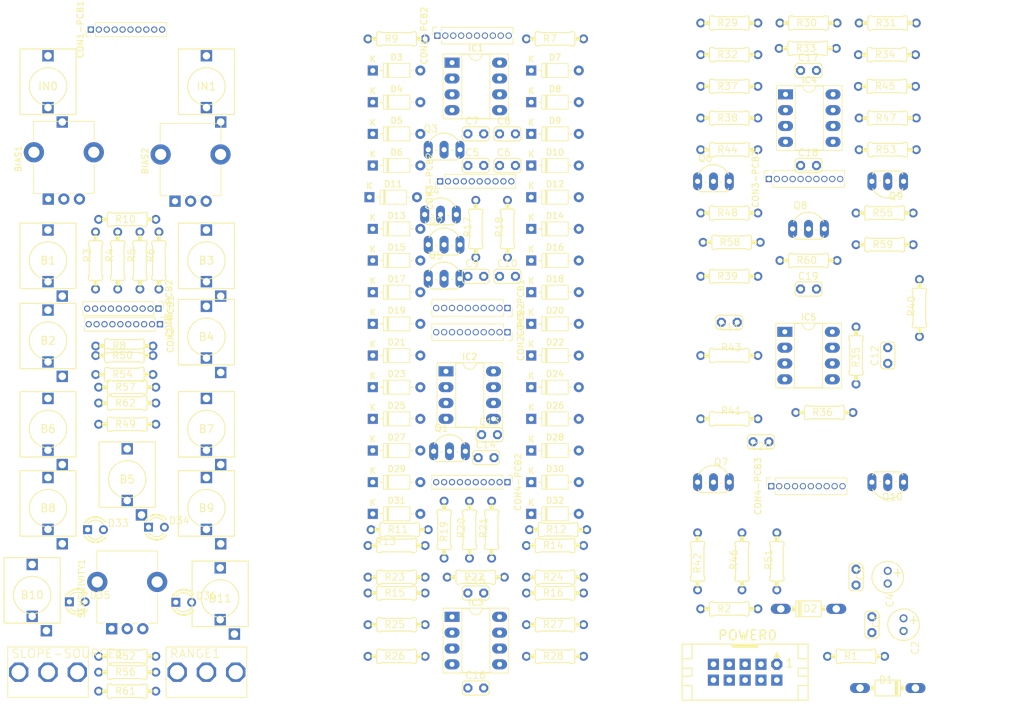
<source format=kicad_pcb>
(kicad_pcb (version 20211014) (generator pcbnew)
  (layers (0 "F.Cu" signal) (31 "B.Cu" signal) (34 "B.Paste" user) (35 "F.Paste" user) (36 "B.SilkS" user "B.Silkscreen") (37 "F.SilkS" user "F.Silkscreen") (38 "B.Mask" user) (39 "F.Mask" user) (44 "Edge.Cuts" user))
  (net 0 "")
  (net 1 "Net-(D3-Pad1)")
  (net 2 "/MAX-OUT")
  (net 3 "Net-(D10-Pad2)")
  (net 4 "/MIN-OUT")
  (net 5 "Net-(B5-PadTIP)")
  (net 6 "Net-(D10-Pad1)")
  (net 7 "Net-(D11-Pad1)")
  (net 8 "+12V")
  (net 9 "Net-(D12-Pad1)")
  (net 10 "Net-(D12-Pad2)")
  (net 11 "Net-(D15-Pad2)")
  (net 12 "Net-(D16-Pad1)")
  (net 13 "Net-(D19-Pad2)")
  (net 14 "Net-(D20-Pad1)")
  (net 15 "Net-(D20-Pad2)")
  (net 16 "Net-(D21-Pad1)")
  (net 17 "Net-(D24-Pad1)")
  (net 18 "Net-(D28-Pad1)")
  (net 19 "-12V")
  (net 20 "Net-(D29-Pad1)")
  (net 21 "Net-(D30-Pad1)")
  (net 22 "Net-(D31-Pad1)")
  (net 23 "Net-(D32-Pad1)")
  (net 24 "0V")
  (net 25 "Net-(SENSITIVITY1-PadMID)")
  (net 26 "/LED4")
  (net 27 "/LED3")
  (net 28 "/LED2")
  (net 29 "Net-(C5-Pad1)")
  (net 30 "Net-(C5-Pad2)")
  (net 31 "Net-(IC1-Pad3)")
  (net 32 "Net-(IC1-Pad5)")
  (net 33 "Net-(C6-Pad2)")
  (net 34 "Net-(C6-Pad1)")
  (net 35 "Net-(C9-Pad1)")
  (net 36 "Net-(C9-Pad2)")
  (net 37 "Net-(C10-Pad2)")
  (net 38 "Net-(C10-Pad1)")
  (net 39 "Net-(IC5-Pad1)")
  (net 40 "Net-(IC5-Pad2)")
  (net 41 "/LED1")
  (net 42 "Net-(IC5-Pad5)")
  (net 43 "Net-(IC5-Pad7)")
  (net 44 "Net-(Q1-Pad3)")
  (net 45 "Net-(Q2-Pad1)")
  (net 46 "Net-(Q3-Pad1)")
  (net 47 "Net-(Q4-Pad1)")
  (net 48 "Net-(Q5-Pad1)")
  (net 49 "Net-(Q6-Pad1)")
  (net 50 "Net-(Q6-Pad2)")
  (net 51 "Net-(Q7-Pad1)")
  (net 52 "Net-(Q7-Pad2)")
  (net 53 "Net-(Q8-Pad1)")
  (net 54 "Net-(Q9-Pad1)")
  (net 55 "Net-(Q9-Pad2)")
  (net 56 "Net-(Q10-Pad1)")
  (net 57 "Net-(Q10-Pad2)")
  (net 58 "/HIGH-OUT1")
  (net 59 "/HIGH-OUT2")
  (net 60 "/RISING-OUT")
  (net 61 "/FALLING-OUT")
  (net 62 "/STEADY-OUT")
  (net 63 "/RISING&FALLING-OUT")
  (net 64 "/SENSE3")
  (net 65 "Net-(C12-Pad1)")
  (net 66 "/IN-4")
  (net 67 "/IN-3")
  (net 68 "/IN-2")
  (net 69 "/IN-1")
  (net 70 "/MIN OUT")
  (net 71 "/MAX OUT")
  (net 72 "/IN 4")
  (net 73 "/IN 3")
  (net 74 "/IN 2")
  (net 75 "/IN 1")
  (net 76 "/SIGNAL-IN")
  (net 77 "Net-(CON2-PCB2-Pad1)")
  (net 78 "Net-(CON2-PCB2-Pad2)")
  (net 79 "Net-(CON2-PCB2-Pad3)")
  (net 80 "Net-(CON2-PCB2-Pad4)")
  (net 81 "Net-(CON2-PCB2-Pad5)")
  (net 82 "Net-(CON2-PCB2-Pad6)")
  (net 83 "Net-(CON2-PCB2-Pad7)")
  (net 84 "Net-(CON2-PCB2-Pad8)")
  (net 85 "Net-(CON2-PCB2-Pad9)")
  (net 87 "/SENSE1")
  (net 88 "/LED-4")
  (net 89 "/LED-3")
  (net 90 "/LED-2")
  (net 91 "/LED-1")
  (net 92 "/SENSE-3")
  (net 93 "/SENSE-1")
  (net 94 "/LED_4")
  (net 95 "/LED_3")
  (net 96 "/LED_2")
  (net 97 "/LED_1")
  (net 100 "/STEADY")
  (net 101 "/FALLING")
  (net 102 "/RISING")
  (net 103 "/SIGNAL IN")
  (net 104 "/HIGH OUT2")
  (net 105 "/HIGH OUT1")
  (net 106 "/RISING&FALLING")
  (net 107 "Net-(D1-PadA)")
  (net 108 "Net-(D2-PadC)")
  (net 109 "Net-(BIAS1-PadMID)")
  (net 110 "Net-(BIAS2-PadMID)")
  (net 111 "Net-(POWER0-Pad1)")
  (net 112 "Net-(POWER0-Pad10)")
  (net 113 "Net-(BIAS1-PadRIGHT)")
  (net 114 "Net-(BIAS1-PadLEFT)")
  (net 115 "Net-(BIAS2-PadRIGHT)")
  (net 116 "Net-(BIAS2-PadLEFT)")
  (net 117 "/HIGH OUT 1")
  (net 118 "/HIGH OUT 2")
  (net 120 "Net-(R48-Pad2)")
  (net 121 "Net-(R51-Pad2)")
  (net 122 "Net-(R55-Pad2)")
  (net 123 "Net-(R60-Pad2)")
  (net 126 "Net-(IC5-Pad3)")
  (footprint "kicadlibrary:0207_9" (layer "F.Cu") (at 139.7 86.36)
    (fp_text reference "R57" (at -2.032 0.635) (layer "F.SilkS") (effects (font (size 1.143 1.143) (thickness 0.127)) (justify left bottom)))
    (fp_text value "1K")
    (pad "1" thru_hole circle (at -4.58 0) (size 1.4224 1.4224) (drill 0.8128) (layers *.Cu *.Mask) (net 122 "Net-(R55-Pad2)"))
    (pad "2" thru_hole circle (at 4.58 0) (size 1.4224 1.4224) (drill 0.8128) (layers *.Cu *.Mask) (net 100 "/STEADY"))
  )
  (footprint "Package_DIP:DIP-8_W7.62mm_Socket_LongPads" (layer "F.Cu") (at 245.237 39.38)
    (fp_text reference "IC4" (at 3.81 -2.33) (layer "F.SilkS"))
    (fp_text value "TL072")
    (pad "1" thru_hole rect (at 0 0) (size 2.4 1.6) (drill 0.8) (layers *.Cu *.Mask) (net 35 "Net-(C9-Pad1)"))
    (pad "2" thru_hole oval (at 0 2.54) (size 2.4 1.6) (drill 0.8) (layers *.Cu *.Mask) (net 36 "Net-(C9-Pad2)"))
    (pad "3" thru_hole oval (at 0 5.08) (size 2.4 1.6) (drill 0.8) (layers *.Cu *.Mask) (net 11 "Net-(D15-Pad2)"))
    (pad "4" thru_hole oval (at 0 7.62) (size 2.4 1.6) (drill 0.8) (layers *.Cu *.Mask) (net 8 "+12V"))
    (pad "5" thru_hole oval (at 7.62 7.62) (size 2.4 1.6) (drill 0.8) (layers *.Cu *.Mask) (net 11 "Net-(D15-Pad2)"))
    (pad "6" thru_hole oval (at 7.62 5.08) (size 2.4 1.6) (drill 0.8) (layers *.Cu *.Mask) (net 37 "Net-(C10-Pad2)"))
    (pad "7" thru_hole oval (at 7.62 2.54) (size 2.4 1.6) (drill 0.8) (layers *.Cu *.Mask) (net 38 "Net-(C10-Pad1)"))
    (pad "8" thru_hole oval (at 7.62 0) (size 2.4 1.6) (drill 0.8) (layers *.Cu *.Mask))
  )
  (footprint "Diode_THT:D_DO-35_SOD27_P7.62mm_Horizontal" (layer "F.Cu") (at 204.47 106.68)
    (fp_text reference "D32" (at 3.81 -2.12) (layer "F.SilkS"))
    (fp_text value "1N4148")
    (fp_text user "K" (at 0 -1.8) (layer "F.SilkS"))
    (pad "1" thru_hole rect (at 0 0) (size 1.6 1.6) (drill 0.8) (layers *.Cu *.Mask) (net 23 "Net-(D32-Pad1)"))
    (pad "2" thru_hole oval (at 7.62 0) (size 1.6 1.6) (drill 0.8) (layers *.Cu *.Mask) (net 24 "0V"))
  )
  (footprint "Connector_PinSocket_1.27mm:PinSocket_1x10_P1.27mm_Vertical" (layer "F.Cu") (at 242.57 52.955 90)
    (fp_text reference "CON3-PCB3" (at 0 -2.135 90) (layer "F.SilkS"))
    (fp_text value "MA10-1")
    (pad "1" thru_hole rect (at 0 0 90) (size 1 1) (drill 0.7) (layers *.Cu *.Mask) (net 19 "-12V"))
    (pad "2" thru_hole oval (at 0 1.27 90) (size 1 1) (drill 0.7) (layers *.Cu *.Mask) (net 24 "0V"))
    (pad "3" thru_hole oval (at 0 2.54 90) (size 1 1) (drill 0.7) (layers *.Cu *.Mask) (net 8 "+12V"))
    (pad "4" thru_hole oval (at 0 3.81 90) (size 1 1) (drill 0.7) (layers *.Cu *.Mask) (net 88 "/LED-4"))
    (pad "5" thru_hole oval (at 0 5.08 90) (size 1 1) (drill 0.7) (layers *.Cu *.Mask) (net 89 "/LED-3"))
    (pad "6" thru_hole oval (at 0 6.35 90) (size 1 1) (drill 0.7) (layers *.Cu *.Mask) (net 90 "/LED-2"))
    (pad "7" thru_hole oval (at 0 7.62 90) (size 1 1) (drill 0.7) (layers *.Cu *.Mask) (net 91 "/LED-1"))
    (pad "8" thru_hole oval (at 0 8.89 90) (size 1 1) (drill 0.7) (layers *.Cu *.Mask) (net 92 "/SENSE-3"))
    (pad "9" thru_hole oval (at 0 10.16 90) (size 1 1) (drill 0.7) (layers *.Cu *.Mask) (net 93 "/SENSE-1"))
    (pad "10" thru_hole oval (at 0 11.43 90) (size 1 1) (drill 0.7) (layers *.Cu *.Mask) (net 24 "0V"))
  )
  (footprint "Diode_THT:D_DO-35_SOD27_P7.62mm_Horizontal" (layer "F.Cu") (at 179.07 40.64)
    (fp_text reference "D4" (at 3.81 -2.12) (layer "F.SilkS"))
    (fp_text value "1N4148")
    (fp_text user "K" (at 0 -1.8) (layer "F.SilkS"))
    (pad "1" thru_hole rect (at 0 0) (size 1.6 1.6) (drill 0.8) (layers *.Cu *.Mask) (net 69 "/IN-1"))
    (pad "2" thru_hole oval (at 7.62 0) (size 1.6 1.6) (drill 0.8) (layers *.Cu *.Mask) (net 3 "Net-(D10-Pad2)"))
  )
  (footprint "Package_DIP:DIP-8_W7.62mm_Socket_LongPads" (layer "F.Cu") (at 245.12 77.48)
    (fp_text reference "IC5" (at 3.81 -2.33) (layer "F.SilkS"))
    (fp_text value "TL072")
    (pad "1" thru_hole rect (at 0 0) (size 2.4 1.6) (drill 0.8) (layers *.Cu *.Mask) (net 39 "Net-(IC5-Pad1)"))
    (pad "2" thru_hole oval (at 0 2.54) (size 2.4 1.6) (drill 0.8) (layers *.Cu *.Mask) (net 40 "Net-(IC5-Pad2)"))
    (pad "3" thru_hole oval (at 0 5.08) (size 2.4 1.6) (drill 0.8) (layers *.Cu *.Mask) (net 126 "Net-(IC5-Pad3)"))
    (pad "4" thru_hole oval (at 0 7.62) (size 2.4 1.6) (drill 0.8) (layers *.Cu *.Mask) (net 8 "+12V"))
    (pad "5" thru_hole oval (at 7.62 7.62) (size 2.4 1.6) (drill 0.8) (layers *.Cu *.Mask) (net 42 "Net-(IC5-Pad5)"))
    (pad "6" thru_hole oval (at 7.62 5.08) (size 2.4 1.6) (drill 0.8) (layers *.Cu *.Mask) (net 126 "Net-(IC5-Pad3)"))
    (pad "7" thru_hole oval (at 7.62 2.54) (size 2.4 1.6) (drill 0.8) (layers *.Cu *.Mask) (net 43 "Net-(IC5-Pad7)"))
    (pad "8" thru_hole oval (at 7.62 0) (size 2.4 1.6) (drill 0.8) (layers *.Cu *.Mask))
  )
  (footprint "Diode_THT:D_DO-35_SOD27_P7.62mm_Horizontal" (layer "F.Cu") (at 179.07 50.8)
    (fp_text reference "D6" (at 3.81 -2.12) (layer "F.SilkS"))
    (fp_text value "1N4148")
    (fp_text user "K" (at 0 -1.8) (layer "F.SilkS"))
    (pad "1" thru_hole rect (at 0 0) (size 1.6 1.6) (drill 0.8) (layers *.Cu *.Mask) (net 68 "/IN-2"))
    (pad "2" thru_hole oval (at 7.62 0) (size 1.6 1.6) (drill 0.8) (layers *.Cu *.Mask) (net 3 "Net-(D10-Pad2)"))
  )
  (footprint "Connector_PinSocket_1.27mm:PinSocket_1x10_P1.27mm_Vertical" (layer "F.Cu") (at 189.425 29.965 90)
    (fp_text reference "CON1-PCB2" (at 0 -2.135 90) (layer "F.SilkS"))
    (fp_text value "MA10-1")
    (pad "1" thru_hole rect (at 0 0 90) (size 1 1) (drill 0.7) (layers *.Cu *.Mask) (net 19 "-12V"))
    (pad "2" thru_hole oval (at 0 1.27 90) (size 1 1) (drill 0.7) (layers *.Cu *.Mask) (net 24 "0V"))
    (pad "3" thru_hole oval (at 0 2.54 90) (size 1 1) (drill 0.7) (layers *.Cu *.Mask) (net 8 "+12V"))
    (pad "4" thru_hole oval (at 0 3.81 90) (size 1 1) (drill 0.7) (layers *.Cu *.Mask) (net 70 "/MIN OUT"))
    (pad "5" thru_hole oval (at 0 5.08 90) (size 1 1) (drill 0.7) (layers *.Cu *.Mask) (net 71 "/MAX OUT"))
    (pad "6" thru_hole oval (at 0 6.35 90) (size 1 1) (drill 0.7) (layers *.Cu *.Mask) (net 72 "/IN 4"))
    (pad "7" thru_hole oval (at 0 7.62 90) (size 1 1) (drill 0.7) (layers *.Cu *.Mask) (net 73 "/IN 3"))
    (pad "8" thru_hole oval (at 0 8.89 90) (size 1 1) (drill 0.7) (layers *.Cu *.Mask) (net 74 "/IN 2"))
    (pad "9" thru_hole oval (at 0 10.16 90) (size 1 1) (drill 0.7) (layers *.Cu *.Mask) (net 75 "/IN 1"))
    (pad "10" thru_hole oval (at 0 11.43 90) (size 1 1) (drill 0.7) (layers *.Cu *.Mask) (net 24 "0V"))
  )
  (footprint "ryo:THONKICON-TWISTED" (layer "F.Cu") (at 152.4 78.28)
    (fp_text reference "B4" (at 0 0) (layer "F.SilkS") (effects (font (size 1.27 1.27))))
    (fp_text value "min out")
    (pad "NORMAL" thru_hole rect (at 0 3.4) (size 1.8096 1.8096) (drill 1.2) (layers *.Cu *.Mask))
    (pad "RING" thru_hole rect (at 2.286 5.715) (size 1.8096 1.8096) (drill 1.2) (layers *.Cu *.Mask))
    (pad "TIP" thru_hole rect (at 0 -4.9) (size 1.8096 1.8096) (drill 1.2) (layers *.Cu *.Mask) (net 4 "/MIN-OUT"))
  )
  (footprint "kicadlibrary:0207_9" (layer "F.Cu") (at 182.88 124.46)
    (fp_text reference "R25" (at -2.032 0.635) (layer "F.SilkS") (effects (font (size 1.143 1.143) (thickness 0.127)) (justify left bottom)))
    (fp_text value "100K")
    (pad "1" thru_hole circle (at -4.58 0) (size 1.4224 1.4224) (drill 0.8128) (layers *.Cu *.Mask) (net 36 "Net-(C9-Pad2)"))
    (pad "2" thru_hole circle (at 4.58 0) (size 1.4224 1.4224) (drill 0.8128) (layers *.Cu *.Mask) (net 117 "/HIGH OUT 1"))
  )
  (footprint "kicadlibrary:0207_9" (layer "F.Cu") (at 182.88 116.84)
    (fp_text reference "R23" (at -2.032 0.635) (layer "F.SilkS") (effects (font (size 1.143 1.143) (thickness 0.127)) (justify left bottom)))
    (fp_text value "1K")
    (pad "1" thru_hole circle (at -4.58 0) (size 1.4224 1.4224) (drill 0.8128) (layers *.Cu *.Mask) (net 19 "-12V"))
    (pad "2" thru_hole circle (at 4.58 0) (size 1.4224 1.4224) (drill 0.8128) (layers *.Cu *.Mask) (net 47 "Net-(Q4-Pad1)"))
  )
  (footprint "kicadlibrary:0207_9" (layer "F.Cu") (at 266.7 73.66 -90)
    (fp_text reference "R40" (at -2.032 0.635 90) (layer "F.SilkS") (effects (font (size 1.143 1.143) (thickness 0.127)) (justify right bottom)))
    (fp_text value "4.7K")
    (pad "1" thru_hole circle (at -4.58 0 270) (size 1.4224 1.4224) (drill 0.8128) (layers *.Cu *.Mask) (net 43 "Net-(IC5-Pad7)"))
    (pad "2" thru_hole circle (at 4.58 0 270) (size 1.4224 1.4224) (drill 0.8128) (layers *.Cu *.Mask) (net 57 "Net-(Q10-Pad2)"))
  )
  (footprint "kicadlibrary:0207_9" (layer "F.Cu") (at 182.88 129.54)
    (fp_text reference "R26" (at -2.032 0.635) (layer "F.SilkS") (effects (font (size 1.143 1.143) (thickness 0.127)) (justify left bottom)))
    (fp_text value "100K")
    (pad "1" thru_hole circle (at -4.58 0) (size 1.4224 1.4224) (drill 0.8128) (layers *.Cu *.Mask) (net 37 "Net-(C10-Pad2)"))
    (pad "2" thru_hole circle (at 4.58 0) (size 1.4224 1.4224) (drill 0.8128) (layers *.Cu *.Mask) (net 118 "/HIGH OUT 2"))
  )
  (footprint "Diode_THT:D_DO-35_SOD27_P7.62mm_Horizontal" (layer "F.Cu") (at 204.47 96.52)
    (fp_text reference "D28" (at 3.81 -2.12) (layer "F.SilkS"))
    (fp_text value "1N4148")
    (fp_text user "K" (at 0 -1.8) (layer "F.SilkS"))
    (pad "1" thru_hole rect (at 0 0) (size 1.6 1.6) (drill 0.8) (layers *.Cu *.Mask) (net 18 "Net-(D28-Pad1)"))
    (pad "2" thru_hole oval (at 7.62 0) (size 1.6 1.6) (drill 0.8) (layers *.Cu *.Mask) (net 19 "-12V"))
  )
  (footprint "kicadlibrary:0207_9" (layer "F.Cu") (at 182.88 111.76 180)
    (fp_text reference "R13" (at 0 0) (layer "F.SilkS") (effects (font (size 1.143 1.143) (thickness 0.127)) (justify right bottom)))
    (fp_text value "330")
    (pad "1" thru_hole circle (at -4.58 0 180) (size 1.4224 1.4224) (drill 0.8128) (layers *.Cu *.Mask) (net 29 "Net-(C5-Pad1)"))
    (pad "2" thru_hole circle (at 4.58 0 180) (size 1.4224 1.4224) (drill 0.8128) (layers *.Cu *.Mask) (net 71 "/MAX OUT"))
  )
  (footprint "kicadlibrary:0207_9" (layer "F.Cu") (at 236.22 68.58)
    (fp_text reference "R39" (at -2.032 0.635) (layer "F.SilkS") (effects (font (size 1.143 1.143) (thickness 0.127)) (justify left bottom)))
    (fp_text value "4.7K")
    (pad "1" thru_hole circle (at -4.58 0) (size 1.4224 1.4224) (drill 0.8128) (layers *.Cu *.Mask) (net 39 "Net-(IC5-Pad1)"))
    (pad "2" thru_hole circle (at 4.58 0) (size 1.4224 1.4224) (drill 0.8128) (layers *.Cu *.Mask) (net 57 "Net-(Q10-Pad2)"))
  )
  (footprint "Diode_THT:D_DO-35_SOD27_P7.62mm_Horizontal" (layer "F.Cu") (at 179.07 96.52)
    (fp_text reference "D27" (at 3.81 -2.12) (layer "F.SilkS"))
    (fp_text value "1N4148")
    (fp_text user "K" (at 0 -1.8) (layer "F.SilkS"))
    (pad "1" thru_hole rect (at 0 0) (size 1.6 1.6) (drill 0.8) (layers *.Cu *.Mask) (net 17 "Net-(D24-Pad1)"))
    (pad "2" thru_hole oval (at 7.62 0) (size 1.6 1.6) (drill 0.8) (layers *.Cu *.Mask) (net 11 "Net-(D15-Pad2)"))
  )
  (footprint "ryo:THONKICON-TWISTED" (layer "F.Cu") (at 139.7 101.14)
    (fp_text reference "B5" (at 0 0) (layer "F.SilkS") (effects (font (size 1.27 1.27))))
    (fp_text value "ext in")
    (pad "NORMAL" thru_hole rect (at 0 3.4) (size 1.8096 1.8096) (drill 1.2) (layers *.Cu *.Mask))
    (pad "RING" thru_hole rect (at 2.286 5.715) (size 1.8096 1.8096) (drill 1.2) (layers *.Cu *.Mask))
    (pad "TIP" thru_hole rect (at 0 -4.9) (size 1.8096 1.8096) (drill 1.2) (layers *.Cu *.Mask) (net 5 "Net-(B5-PadTIP)"))
  )
  (footprint "kicadlibrary:0207_9" (layer "F.Cu") (at 198.12 109.22 -90)
    (fp_text reference "R21" (at -2.032 0.635 90) (layer "F.SilkS") (effects (font (size 1.143 1.143) (thickness 0.127)) (justify right bottom)))
    (fp_text value "1K")
    (pad "1" thru_hole circle (at -4.58 0 270) (size 1.4224 1.4224) (drill 0.8128) (layers *.Cu *.Mask) (net 19 "-12V"))
    (pad "2" thru_hole circle (at 4.58 0 270) (size 1.4224 1.4224) (drill 0.8128) (layers *.Cu *.Mask) (net 45 "Net-(Q2-Pad1)"))
  )
  (footprint "Diode_THT:D_DO-35_SOD27_P7.62mm_Horizontal" (layer "F.Cu") (at 179.07 106.68)
    (fp_text reference "D31" (at 3.81 -2.12) (layer "F.SilkS"))
    (fp_text value "1N4148")
    (fp_text user "K" (at 0 -1.8) (layer "F.SilkS"))
    (pad "1" thru_hole rect (at 0 0) (size 1.6 1.6) (drill 0.8) (layers *.Cu *.Mask) (net 22 "Net-(D31-Pad1)"))
    (pad "2" thru_hole oval (at 7.62 0) (size 1.6 1.6) (drill 0.8) (layers *.Cu *.Mask) (net 19 "-12V"))
  )
  (footprint "Package_DIP:DIP-8_W7.62mm_Socket_LongPads" (layer "F.Cu") (at 190.8 83.82)
    (fp_text reference "IC2" (at 3.81 -2.33) (layer "F.SilkS"))
    (fp_text value "MC4558")
    (pad "1" thru_hole rect (at 0 0) (size 2.4 1.6) (drill 0.8) (layers *.Cu *.Mask) (net 10 "Net-(D12-Pad2)"))
    (pad "2" thru_hole oval (at 0 2.54) (size 2.4 1.6) (drill 0.8) (layers *.Cu *.Mask) (net 11 "Net-(D15-Pad2)"))
    (pad "3" thru_hole oval (at 0 5.08) (size 2.4 1.6) (drill 0.8) (layers *.Cu *.Mask) (net 69 "/IN-1"))
    (pad "4" thru_hole oval (at 0 7.62) (size 2.4 1.6) (drill 0.8) (layers *.Cu *.Mask) (net 8 "+12V"))
    (pad "5" thru_hole oval (at 7.62 7.62) (size 2.4 1.6) (drill 0.8) (layers *.Cu *.Mask) (net 68 "/IN-2"))
    (pad "6" thru_hole oval (at 7.62 5.08) (size 2.4 1.6) (drill 0.8) (layers *.Cu *.Mask) (net 11 "Net-(D15-Pad2)"))
    (pad "7" thru_hole oval (at 7.62 2.54) (size 2.4 1.6) (drill 0.8) (layers *.Cu *.Mask) (net 10 "Net-(D12-Pad2)"))
    (pad "8" thru_hole oval (at 7.62 0) (size 2.4 1.6) (drill 0.8) (layers *.Cu *.Mask))
  )
  (footprint "kicadlibrary:0207_9" (layer "F.Cu") (at 261.12 63.5)
    (fp_text reference "R59" (at -2.032 0.635) (layer "F.SilkS") (effects (font (size 1.143 1.143) (thickness 0.127)) (justify left bottom)))
    (fp_text value "3.3K")
    (pad "1" thru_hole circle (at -4.58 0) (size 1.4224 1.4224) (drill 0.8128) (layers *.Cu *.Mask) (net 56 "Net-(Q10-Pad1)"))
    (pad "2" thru_hole circle (at 4.58 0) (size 1.4224 1.4224) (drill 0.8128) (layers *.Cu *.Mask) (net 27 "/LED3"))
  )
  (footprint "kicadlibrary:0207_9" (layer "F.Cu") (at 139.235 84.328)
    (fp_text reference "R54" (at -2.032 0.635) (layer "F.SilkS") (effects (font (size 1.143 1.143) (thickness 0.127)) (justify left bottom)))
    (fp_text value "1K")
    (pad "1" thru_hole circle (at -4.58 0) (size 1.4224 1.4224) (drill 0.8128) (layers *.Cu *.Mask) (net 121 "Net-(R51-Pad2)"))
    (pad "2" thru_hole circle (at 4.58 0) (size 1.4224 1.4224) (drill 0.8128) (layers *.Cu *.Mask) (net 101 "/FALLING"))
  )
  (footprint "kicadlibrary:0207_9" (layer "F.Cu") (at 139.235 79.756)
    (fp_text reference "R8" (at -2.032 0.635) (layer "F.SilkS") (effects (font (size 1.143 1.143) (thickness 0.127)) (justify left bottom)))
    (fp_text value "100K")
    (pad "1" thru_hole circle (at -4.58 0) (size 1.4224 1.4224) (drill 0.8128) (layers *.Cu *.Mask) (net 3 "Net-(D10-Pad2)"))
    (pad "2" thru_hole circle (at 4.58 0) (size 1.4224 1.4224) (drill 0.8128) (layers *.Cu *.Mask) (net 31 "Net-(IC1-Pad3)"))
  )
  (footprint "ryo:TO92-LINE" (layer "F.Cu") (at 233.68 101.6)
    (fp_text reference "Q7" (at 0 -2.54) (layer "F.SilkS") (effects (font (size 1.143 1.143) (thickness 0.127)) (justify left bottom)))
    (fp_text value "BC557")
    (pad "1" thru_hole oval (at 2.54 0 90) (size 2.8448 1.4224) (drill 0.8128) (layers *.Cu *.Mask) (net 51 "Net-(Q7-Pad1)"))
    (pad "2" thru_hole oval (at 0 0 90) (size 2.8448 1.4224) (drill 0.8128) (layers *.Cu *.Mask) (net 52 "Net-(Q7-Pad2)"))
    (pad "3" thru_hole oval (at -2.54 0 90) (size 2.8448 1.4224) (drill 0.8128) (layers *.Cu *.Mask) (net 8 "+12V"))
  )
  (footprint "kicadlibrary:0207_9" (layer "F.Cu") (at 248.92 27.94)
    (fp_text reference "R30" (at -2.032 0.635) (layer "F.SilkS") (effects (font (size 1.143 1.143) (thickness 0.127)) (justify left bottom)))
    (fp_text value "4.7K")
    (pad "1" thru_hole circle (at -4.58 0) (size 1.4224 1.4224) (drill 0.8128) (layers *.Cu *.Mask) (net 103 "/SIGNAL IN"))
    (pad "2" thru_hole circle (at 4.58 0) (size 1.4224 1.4224) (drill 0.8128) (layers *.Cu *.Mask) (net 40 "Net-(IC5-Pad2)"))
  )
  (footprint "ryo:C025-024X044" (layer "F.Cu") (at 195.58 68.58)
    (fp_text reference "C9" (at -1.778 -1.397) (layer "F.SilkS") (effects (font (size 1.143 1.143) (thickness 0.127)) (justify left bottom)))
    (fp_text value "68pF")
    (pad "1" thru_hole roundrect (at -1.27 0) (size 1.4224 1.4224) (drill 0.8128) (layers *.Cu *.Mask) (chamfer_ratio 0.2928932188) (chamfer top_left top_right bottom_left bottom_right) (net 35 "Net-(C9-Pad1)"))
    (pad "2" thru_hole roundrect (at 1.27 0) (size 1.4224 1.4224) (drill 0.8128) (layers *.Cu *.Mask) (chamfer_ratio 0.2928932188) (chamfer top_left top_right bottom_left bottom_right) (net 36 "Net-(C9-Pad2)"))
  )
  (footprint "Diode_THT:D_DO-35_SOD27_P7.62mm_Horizontal" (layer "F.Cu") (at 204.47 35.56)
    (fp_text reference "D7" (at 3.81 -2.12) (layer "F.SilkS"))
    (fp_text value "1N4148")
    (fp_text user "K" (at 0 -1.8) (layer "F.SilkS"))
    (pad "1" thru_hole rect (at 0 0) (size 1.6 1.6) (drill 0.8) (layers *.Cu *.Mask) (net 1 "Net-(D3-Pad1)"))
    (pad "2" thru_hole oval (at 7.62 0) (size 1.6 1.6) (drill 0.8) (layers *.Cu *.Mask) (net 67 "/IN-3"))
  )
  (footprint "Diode_THT:D_DO-35_SOD27_P7.62mm_Horizontal" (layer "F.Cu") (at 204.47 86.36)
    (fp_text reference "D24" (at 3.81 -2.12) (layer "F.SilkS"))
    (fp_text value "1N4148")
    (fp_text user "K" (at 0 -1.8) (layer "F.SilkS"))
    (pad "1" thru_hole rect (at 0 0) (size 1.6 1.6) (drill 0.8) (layers *.Cu *.Mask) (net 17 "Net-(D24-Pad1)"))
    (pad "2" thru_hole oval (at 7.62 0) (size 1.6 1.6) (drill 0.8) (layers *.Cu *.Mask) (net 15 "Net-(D20-Pad2)"))
  )
  (footprint "kicadlibrary:0207_9" (layer "F.Cu") (at 261.62 27.94)
    (fp_text reference "R31" (at -2.032 0.635) (layer "F.SilkS") (effects (font (size 1.143 1.143) (thickness 0.127)) (justify left bottom)))
    (fp_text value "10K")
    (pad "1" thru_hole circle (at -4.58 0) (size 1.4224 1.4224) (drill 0.8128) (layers *.Cu *.Mask) (net 103 "/SIGNAL IN"))
    (pad "2" thru_hole circle (at 4.58 0) (size 1.4224 1.4224) (drill 0.8128) (layers *.Cu *.Mask))
  )
  (footprint "ryo:DO41-7" (layer "F.Cu") (at 248.92 121.92)
    (fp_text reference "D2" (at -0.9 0.63) (layer "F.SilkS") (effects (font (size 1.143 1.143) (thickness 0.127)) (justify left bottom)))
    (fp_text value "SB130")
    (pad "A" thru_hole oval (at 4.445 0) (size 3.2 1.6) (drill 1.2) (layers *.Cu *.Mask) (net 19 "-12V"))
    (pad "C" thru_hole oval (at -4.445 0) (size 3.2 1.6) (drill 1.2) (layers *.Cu *.Mask) (net 108 "Net-(D2-PadC)"))
  )
  (footprint "Diode_THT:D_DO-35_SOD27_P7.62mm_Horizontal" (layer "F.Cu") (at 204.47 55.88)
    (fp_text reference "D12" (at 3.81 -2.12) (layer "F.SilkS"))
    (fp_text value "1N4148")
    (fp_text user "K" (at 0 -1.8) (layer "F.SilkS"))
    (pad "1" thru_hole rect (at 0 0) (size 1.6 1.6) (drill 0.8) (layers *.Cu *.Mask) (net 9 "Net-(D12-Pad1)"))
    (pad "2" thru_hole oval (at 7.62 0) (size 1.6 1.6) (drill 0.8) (layers *.Cu *.Mask) (net 10 "Net-(D12-Pad2)"))
  )
  (footprint "ryo:SPDT-HORIZONTAL-TOP-SUBMINI-MULTICOMP" (layer "F.Cu") (at 152.4 132.08)
    (fp_text reference "RANGE1" (at -5.9275 -2.1575) (layer "F.SilkS") (effects (font (size 1.40208 1.40208) (thickness 0.12192)) (justify left bottom)))
    (fp_text value "SW_SPST")
    (pad "1" thru_hole roundrect (at 4.7 0 90) (size 3.1 3.1) (drill 2.3) (layers *.Cu *.Mask) (chamfer_ratio 0.2928932188) (chamfer top_left top_right bottom_left bottom_right) (net 126 "Net-(IC5-Pad3)"))
    (pad "2" thru_hole roundrect (at 0 0 90) (size 3.1 3.1) (drill 2.3) (layers *.Cu *.Mask) (chamfer_ratio 0.2928932188) (chamfer top_left top_right bottom_left bottom_right) (net 65 "Net-(C12-Pad1)"))
    (pad "3" thru_hole roundrect (at -4.7 0 90) (size 3.1 3.1) (drill 2.3) (layers *.Cu *.Mask) (chamfer_ratio 0.2928932188) (chamfer top_left top_right bottom_left bottom_right))
  )
  (footprint "Diode_THT:D_DO-35_SOD27_P7.62mm_Horizontal" (layer "F.Cu") (at 204.47 50.8)
    (fp_text reference "D10" (at 3.81 -2.12) (layer "F.SilkS"))
    (fp_text value "1N4148")
    (fp_text user "K" (at 0 -1.8) (layer "F.SilkS"))
    (pad "1" thru_hole rect (at 0 0) (size 1.6 1.6) (drill 0.8) (layers *.Cu *.Mask) (net 6 "Net-(D10-Pad1)"))
    (pad "2" thru_hole oval (at 7.62 0) (size 1.6 1.6) (drill 0.8) (layers *.Cu *.Mask) (net 3 "Net-(D10-Pad2)"))
  )
  (footprint "ryo:C025-024X044" (layer "F.Cu") (at 195.58 134.62)
    (fp_text reference "C16" (at -1.778 -1.397) (layer "F.SilkS") (effects (font (size 1.143 1.143) (thickness 0.127)) (justify left bottom)))
    (fp_text value "100nF")
    (pad "1" thru_hole roundrect (at -1.27 0) (size 1.4224 1.4224) (drill 0.8128) (layers *.Cu *.Mask) (chamfer_ratio 0.2928932188) (chamfer top_left top_right bottom_left bottom_right) (net 24 "0V"))
    (pad "2" thru_hole roundrect (at 1.27 0) (size 1.4224 1.4224) (drill 0.8128) (layers *.Cu *.Mask) (chamfer_ratio 0.2928932188) (chamfer top_left top_right bottom_left bottom_right) (net 19 "-12V"))
  )
  (footprint "kicadlibrary:0207_9" (layer "F.Cu") (at 236.22 43.18)
    (fp_text reference "R38" (at -2.032 0.635) (layer "F.SilkS") (effects (font (size 1.143 1.143) (thickness 0.127)) (justify left bottom)))
    (fp_text value "4.7K")
    (pad "1" thru_hole circle (at -4.58 0) (size 1.4224 1.4224) (drill 0.8128) (layers *.Cu *.Mask) (net 39 "Net-(IC5-Pad1)"))
    (pad "2" thru_hole circle (at 4.58 0) (size 1.4224 1.4224) (drill 0.8128) (layers *.Cu *.Mask) (net 50 "Net-(Q6-Pad2)"))
  )
  (footprint "ryo:E2-5" (layer "F.Cu") (at 261.62 116.84 -90)
    (fp_text reference "C4" (at 2.54 -1.016 90) (layer "F.SilkS") (effects (font (size 1.143 1.143) (thickness 0.127)) (justify right bottom)))
    (fp_text value "10uF")
    (pad "+" thru_hole circle (at -1.016 0 270) (size 1.27 1.27) (drill 0.8128) (layers *.Cu *.Mask) (net 24 "0V"))
    (pad "-" thru_hole roundrect (at 1.016 0 270) (size 1.27 1.27) (drill 0.8128) (layers *.Cu *.Mask) (chamfer_ratio 0.2928932188) (chamfer top_left top_right bottom_left bottom_right) (net 19 "-12V"))
  )
  (footprint "Diode_THT:D_DO-35_SOD27_P7.62mm_Horizontal" (layer "F.Cu") (at 204.47 45.72)
    (fp_text reference "D9" (at 3.81 -2.12) (layer "F.SilkS"))
    (fp_text value "1N4148")
    (fp_text user "K" (at 0 -1.8) (layer "F.SilkS"))
    (pad "1" thru_hole rect (at 0 0) (size 1.6 1.6) (drill 0.8) (layers *.Cu *.Mask) (net 1 "Net-(D3-Pad1)"))
    (pad "2" thru_hole oval (at 7.62 0) (size 1.6 1.6) (drill 0.8) (layers *.Cu *.Mask) (net 6 "Net-(D10-Pad1)"))
  )
  (footprint "Connector_PinSocket_1.27mm:PinSocket_1x10_P1.27mm_Vertical" (layer "F.Cu") (at 200.66 73.66 -90)
    (fp_text reference "CON5-PCB1" (at 0 -2.135 90) (layer "F.SilkS"))
    (fp_text value "MA10-1")
    (pad "1" thru_hole rect (at 0 0 270) (size 1 1) (drill 0.7) (layers *.Cu *.Mask) (net 19 "-12V"))
    (pad "2" thru_hole oval (at 0 1.27 270) (size 1 1) (drill 0.7) (layers *.Cu *.Mask) (net 24 "0V"))
    (pad "3" thru_hole oval (at 0 2.54 270) (size 1 1) (drill 0.7) (layers *.Cu *.Mask) (net 8 "+12V"))
    (pad "4" thru_hole oval (at 0 3.81 270) (size 1 1) (drill 0.7) (layers *.Cu *.Mask) (net 94 "/LED_4"))
    (pad "5" thru_hole oval (at 0 5.08 270) (size 1 1) (drill 0.7) (layers *.Cu *.Mask) (net 95 "/LED_3"))
    (pad "6" thru_hole oval (at 0 6.35 270) (size 1 1) (drill 0.7) (layers *.Cu *.Mask) (net 96 "/LED_2"))
    (pad "7" thru_hole oval (at 0 7.62 270) (size 1 1) (drill 0.7) (layers *.Cu *.Mask) (net 97 "/LED_1"))
    (pad "8" thru_hole oval (at 0 8.89 270) (size 1 1) (drill 0.7) (layers *.Cu *.Mask))
    (pad "9" thru_hole oval (at 0 10.16 270) (size 1 1) (drill 0.7) (layers *.Cu *.Mask))
    (pad "10" thru_hole oval (at 0 11.43 270) (size 1 1) (drill 0.7) (layers *.Cu *.Mask) (net 24 "0V"))
  )
  (footprint "ryo:THONKICON-TWISTED" (layer "F.Cu") (at 127 38.1)
    (fp_text reference "IN0" (at 0 0) (layer "F.SilkS") (effects (font (size 1.27 1.27))))
    (fp_text value "in 1")
    (pad "NORMAL" thru_hole rect (at 0 3.4) (size 1.8096 1.8096) (drill 1.2) (layers *.Cu *.Mask))
    (pad "RING" thru_hole rect (at 2.286 5.715) (size 1.8096 1.8096) (drill 1.2) (layers *.Cu *.Mask))
    (pad "TIP" thru_hole rect (at 0 -4.9) (size 1.8096 1.8096) (drill 1.2) (layers *.Cu *.Mask) (net 109 "Net-(BIAS1-PadMID)"))
  )
  (footprint "Connector_PinHeader_1.27mm:PinHeader_1x10_P1.27mm_Vertical" (layer "F.Cu") (at 133.875 28.99 90)
    (fp_text reference "CON1-PCB1" (at 0 -1.695 90) (layer "F.SilkS"))
    (fp_text value "MA10-1")
    (pad "1" thru_hole rect (at 0 0 90) (size 1 1) (drill 0.65) (layers *.Cu *.Mask) (net 19 "-12V"))
    (pad "2" thru_hole oval (at 0 1.27 90) (size 1 1) (drill 0.65) (layers *.Cu *.Mask) (net 24 "0V"))
    (pad "3" thru_hole oval (at 0 2.54 90) (size 1 1) (drill 0.65) (layers *.Cu *.Mask) (net 8 "+12V"))
    (pad "4" thru_hole oval (at 0 3.81 90) (size 1 1) (drill 0.65) (layers *.Cu *.Mask) (net 4 "/MIN-OUT"))
    (pad "5" thru_hole oval (at 0 5.08 90) (size 1 1) (drill 0.65) (layers *.Cu *.Mask) (net 2 "/MAX-OUT"))
    (pad "6" thru_hole oval (at 0 6.35 90) (size 1 1) (drill 0.65) (layers *.Cu *.Mask) (net 66 "/IN-4"))
    (pad "7" thru_hole oval (at 0 7.62 90) (size 1 1) (drill 0.65) (layers *.Cu *.Mask) (net 67 "/IN-3"))
    (pad "8" thru_hole oval (at 0 8.89 90) (size 1 1) (drill 0.65) (layers *.Cu *.Mask) (net 68 "/IN-2"))
    (pad "9" thru_hole oval (at 0 10.16 90) (size 1 1) (drill 0.65) (layers *.Cu *.Mask) (net 69 "/IN-1"))
    (pad "10" thru_hole oval (at 0 11.43 90) (size 1 1) (drill 0.65) (layers *.Cu *.Mask) (net 24 "0V"))
  )
  (footprint "ryo:DO41-7" (layer "F.Cu") (at 261.62 134.62 180)
    (fp_text reference "D1" (at -0.9 0.63) (layer "F.SilkS") (effects (font (size 1.143 1.143) (thickness 0.127)) (justify right bottom)))
    (fp_text value "SB130")
    (pad "A" thru_hole oval (at 4.445 0 180) (size 3.2 1.6) (drill 1.2) (layers *.Cu *.Mask) (net 107 "Net-(D1-PadA)"))
    (pad "C" thru_hole oval (at -4.445 0 180) (size 3.2 1.6) (drill 1.2) (layers *.Cu *.Mask) (net 8 "+12V"))
  )
  (footprint "Connector_PinSocket_1.27mm:PinSocket_1x10_P1.27mm_Vertical" (layer "F.Cu") (at 242.945 102.245 90)
    (fp_text reference "CON4-PCB3" (at 0 -2.135 90) (layer "F.SilkS"))
    (fp_text value "MA10-1")
    (pad "1" thru_hole rect (at 0 0 90) (size 1 1) (drill 0.7) (layers *.Cu *.Mask) (net 19 "-12V"))
    (pad "2" thru_hole oval (at 0 1.27 90) (size 1 1) (drill 0.7) (layers *.Cu *.Mask) (net 24 "0V"))
    (pad "3" thru_hole oval (at 0 2.54 90) (size 1 1) (drill 0.7) (layers *.Cu *.Mask) (net 8 "+12V"))
    (pad "4" thru_hole oval (at 0 3.81 90) (size 1 1) (drill 0.7) (layers *.Cu *.Mask) (net 100 "/STEADY"))
    (pad "5" thru_hole oval (at 0 5.08 90) (size 1 1) (drill 0.7) (layers *.Cu *.Mask) (net 101 "/FALLING"))
    (pad "6" thru_hole oval (at 0 6.35 90) (size 1 1) (drill 0.7) (layers *.Cu *.Mask) (net 102 "/RISING"))
    (pad "7" thru_hole oval (at 0 7.62 90) (size 1 1) (drill 0.7) (layers *.Cu *.Mask) (net 103 "/SIGNAL IN"))
    (pad "8" thru_hole oval (at 0 8.89 90) (size 1 1) (drill 0.7) (layers *.Cu *.Mask) (net 104 "/HIGH OUT2"))
    (pad "9" thru_hole oval (at 0 10.16 90) (size 1 1) (drill 0.7) (layers *.Cu *.Mask) (net 105 "/HIGH OUT1"))
    (pad "10" thru_hole oval (at 0 11.43 90) (size 1 1) (drill 0.7) (layers *.Cu *.Mask) (net 106 "/RISING&FALLING"))
  )
  (footprint "ryo:C025-024X044" (layer "F.Cu") (at 197.785 93.98)
    (fp_text reference "C13" (at -1.778 -1.397) (layer "F.SilkS") (effects (font (size 1.143 1.143) (thickness 0.127)) (justify left bottom)))
    (fp_text value "100nF")
    (pad "1" thru_hole roundrect (at -1.27 0) (size 1.4224 1.4224) (drill 0.8128) (layers *.Cu *.Mask) (chamfer_ratio 0.2928932188) (chamfer top_left top_right bottom_left bottom_right) (net 8 "+12V"))
    (pad "2" thru_hole roundrect (at 1.27 0) (size 1.4224 1.4224) (drill 0.8128) (layers *.Cu *.Mask) (chamfer_ratio 0.2928932188) (chamfer top_left top_right bottom_left bottom_right) (net 24 "0V"))
  )
  (footprint "ryo:C025-024X044" (layer "F.Cu") (at 200.66 68.58)
    (fp_text reference "C10" (at -1.778 -1.397) (layer "F.SilkS") (effects (font (size 1.143 1.143) (thickness 0.127)) (justify left bottom)))
    (fp_text value "68pF")
    (pad "1" thru_hole roundrect (at -1.27 0) (size 1.4224 1.4224) (drill 0.8128) (layers *.Cu *.Mask) (chamfer_ratio 0.2928932188) (chamfer top_left top_right bottom_left bottom_right) (net 38 "Net-(C10-Pad1)"))
    (pad "2" thru_hole roundrect (at 1.27 0) (size 1.4224 1.4224) (drill 0.8128) (layers *.Cu *.Mask) (chamfer_ratio 0.2928932188) (chamfer top_left top_right bottom_left bottom_right) (net 37 "Net-(C10-Pad2)"))
  )
  (footprint "Diode_THT:D_DO-35_SOD27_P7.62mm_Horizontal" (layer "F.Cu") (at 179.07 81.28)
    (fp_text reference "D21" (at 3.81 -2.12) (layer "F.SilkS"))
    (fp_text value "1N4148")
    (fp_text user "K" (at 0 -1.8) (layer "F.SilkS"))
    (pad "1" thru_hole rect (at 0 0) (size 1.6 1.6) (drill 0.8) (layers *.Cu *.Mask) (net 16 "Net-(D21-Pad1)"))
    (pad "2" thru_hole oval (at 7.62 0) (size 1.6 1.6) (drill 0.8) (layers *.Cu *.Mask) (net 10 "Net-(D12-Pad2)"))
  )
  (footprint "ryo:C025-024X044" (layer "F.Cu") (at 248.92 35.56)
    (fp_text reference "C17" (at -1.778 -1.397) (layer "F.SilkS") (effects (font (size 1.143 1.143) (thickness 0.127)) (justify left bottom)))
    (fp_text value "100nF")
    (pad "1" thru_hole roundrect (at -1.27 0) (size 1.4224 1.4224) (drill 0.8128) (layers *.Cu *.Mask) (chamfer_ratio 0.2928932188) (chamfer top_left top_right bottom_left bottom_right) (net 8 "+12V"))
    (pad "2" thru_hole roundrect (at 1.27 0) (size 1.4224 1.4224) (drill 0.8128) (layers *.Cu *.Mask) (chamfer_ratio 0.2928932188) (chamfer top_left top_right bottom_left bottom_right) (net 24 "0V"))
  )
  (footprint "ryo:C025-024X044" (layer "F.Cu") (at 248.92 70.612001)
    (fp_text reference "C19" (at -1.778 -1.397) (layer "F.SilkS") (effects (font (size 1.143 1.143) (thickness 0.127)) (justify left bottom)))
    (fp_text value "100nF")
    (pad "1" thru_hole roundrect (at -1.27 0) (size 1.4224 1.4224) (drill 0.8128) (layers *.Cu *.Mask) (chamfer_ratio 0.2928932188) (chamfer top_left top_right bottom_left bottom_right) (net 8 "+12V"))
    (pad "2" thru_hole roundrect (at 1.27 0) (size 1.4224 1.4224) (drill 0.8128) (layers *.Cu *.Mask) (chamfer_ratio 0.2928932188) (chamfer top_left top_right bottom_left bottom_right) (net 24 "0V"))
  )
  (footprint "ryo:THONKICON-TWISTED" (layer "F.Cu") (at 152.4 105.76)
    (fp_text reference "B9" (at 0 0) (layer "F.SilkS") (effects (font (size 1.27 1.27))))
    (fp_text value "falling out")
    (pad "NORMAL" thru_hole rect (at 0 3.4) (size 1.8096 1.8096) (drill 1.2) (layers *.Cu *.Mask))
    (pad "RING" thru_hole rect (at 2.286 5.715) (size 1.8096 1.8096) (drill 1.2) (layers *.Cu *.Mask))
    (pad "TIP" thru_hole rect (at 0 -4.9) (size 1.8096 1.8096) (drill 1.2) (layers *.Cu *.Mask) (net 61 "/FALLING-OUT"))
  )
  (footprint "Diode_THT:D_DO-35_SOD27_P7.62mm_Horizontal" (layer "F.Cu") (at 178.53 55.88)
    (fp_text reference "D11" (at 3.81 -2.12) (layer "F.SilkS"))
    (fp_text value "1N4148")
    (fp_text user "K" (at 0 -1.8) (layer "F.SilkS"))
    (pad "1" thru_hole rect (at 0 0) (size 1.6 1.6) (drill 0.8) (layers *.Cu *.Mask) (net 7 "Net-(D11-Pad1)"))
    (pad "2" thru_hole oval (at 7.62 0) (size 1.6 1.6) (drill 0.8) (layers *.Cu *.Mask) (net 8 "+12V"))
  )
  (footprint "kicadlibrary:0207_9" (layer "F.Cu") (at 182.88 119.38)
    (fp_text reference "R15" (at -2.032 0.635) (layer "F.SilkS") (effects (font (size 1.143 1.143) (thickness 0.127)) (justify left bottom)))
    (fp_text value "1K")
    (pad "1" thru_hole circle (at -4.58 0) (size 1.4224 1.4224) (drill 0.8128) (layers *.Cu *.Mask) (net 8 "+12V"))
    (pad "2" thru_hole circle (at 4.58 0) (size 1.4224 1.4224) (drill 0.8128) (layers *.Cu *.Mask) (net 44 "Net-(Q1-Pad3)"))
  )
  (footprint "Diode_THT:D_DO-35_SOD27_P7.62mm_Horizontal" (layer "F.Cu") (at 179.07 76.2)
    (fp_text reference "D19" (at 3.81 -2.12) (layer "F.SilkS"))
    (fp_text value "1N4148")
    (fp_text user "K" (at 0 -1.8) (layer "F.SilkS"))
    (pad "1" thru_hole rect (at 0 0) (size 1.6 1.6) (drill 0.8) (layers *.Cu *.Mask) (net 12 "Net-(D16-Pad1)"))
    (pad "2" thru_hole oval (at 7.62 0) (size 1.6 1.6) (drill 0.8) (layers *.Cu *.Mask) (net 13 "Net-(D19-Pad2)"))
  )
  (footprint "kicadlibrary:0207_9" (layer "F.Cu") (at 261.12 58.42)
    (fp_text reference "R55" (at -2.032 0.635) (layer "F.SilkS") (effects (font (size 1.143 1.143) (thickness 0.127)) (justify left bottom)))
    (fp_text value "1.8K")
    (pad "1" thru_hole circle (at -4.58 0) (size 1.4224 1.4224) (drill 0.8128) (layers *.Cu *.Mask) (net 54 "Net-(Q9-Pad1)"))
    (pad "2" thru_hole circle (at 4.58 0) (size 1.4224 1.4224) (drill 0.8128) (layers *.Cu *.Mask) (net 122 "Net-(R55-Pad2)"))
  )
  (footprint "Diode_THT:D_DO-35_SOD27_P7.62mm_Horizontal" (layer "F.Cu") (at 179.07 60.96)
    (fp_text reference "D13" (at 3.81 -2.12) (layer "F.SilkS"))
    (fp_text value "1N4148")
    (fp_text user "K" (at 0 -1.8) (layer "F.SilkS"))
    (pad "1" thru_hole rect (at 0 0) (size 1.6 1.6) (drill 0.8) (layers *.Cu *.Mask) (net 9 "Net-(D12-Pad1)"))
    (pad "2" thru_hole oval (at 7.62 0) (size 1.6 1.6) (drill 0.8) (layers *.Cu *.Mask) (net 10 "Net-(D12-Pad2)"))
  )
  (footprint "kicadlibrary:0207_9" (layer "F.Cu") (at 139.7 59.436)
    (fp_text reference "R10" (at -2.032 0.635) (layer "F.SilkS") (effects (font (size 1.143 1.143) (thickness 0.127)) (justify left bottom)))
    (fp_text value "100K")
    (pad "1" thru_hole circle (at -4.58 0) (size 1.4224 1.4224) (drill 0.8128) (layers *.Cu *.Mask) (net 1 "Net-(D3-Pad1)"))
    (pad "2" thru_hole circle (at 4.58 0) (size 1.4224 1.4224) (drill 0.8128) (layers *.Cu *.Mask) (net 32 "Net-(IC1-Pad5)"))
  )
  (footprint "kicadlibrary:0207_9" (layer "F.Cu") (at 139.235 81.28)
    (fp_text reference "R50" (at -2.032 0.635) (layer "F.SilkS") (effects (font (size 1.143 1.143) (thickness 0.127)) (justify left bottom)))
    (fp_text value "1K")
    (pad "1" thru_hole circle (at -4.58 0) (size 1.4224 1.4224) (drill 0.8128) (layers *.Cu *.Mask) (net 120 "Net-(R48-Pad2)"))
    (pad "2" thru_hole circle (at 4.58 0) (size 1.4224 1.4224) (drill 0.8128) (layers *.Cu *.Mask) (net 102 "/RISING"))
  )
  (footprint "kicadlibrary:0207_9" (layer "F.Cu") (at 236.22 27.94)
    (fp_text reference "R29" (at -2.032 0.635) (layer "F.SilkS") (effects (font (size 1.143 1.143) (thickness 0.127)) (justify left bottom)))
    (fp_text value "100K")
    (pad "1" thru_hole circle (at -4.58 0) (size 1.4224 1.4224) (drill 0.8128) (layers *.Cu *.Mask) (net 24 "0V"))
    (pad "2" thru_hole circle (at 4.58 0) (size 1.4224 1.4224) (drill 0.8128) (layers *.Cu *.Mask) (net 103 "/SIGNAL IN"))
  )
  (footprint "ryo:C025-024X044" (layer "F.Cu") (at 195.58 50.8)
    (fp_text reference "C5" (at -1.778 -1.397) (layer "F.SilkS") (effects (font (size 1.143 1.143) (thickness 0.127)) (justify left bottom)))
    (fp_text value "68pF")
    (pad "1" thru_hole roundrect (at -1.27 0) (size 1.4224 1.4224) (drill 0.8128) (layers *.Cu *.Mask) (chamfer_ratio 0.2928932188) (chamfer top_left top_right bottom_left bottom_right) (net 29 "Net-(C5-Pad1)"))
    (pad "2" thru_hole roundrect (at 1.27 0) (size 1.4224 1.4224) (drill 0.8128) (layers *.Cu *.Mask) (chamfer_ratio 0.2928932188) (chamfer top_left top_right bottom_left bottom_right) (net 30 "Net-(C5-Pad2)"))
  )
  (footprint "Diode_THT:D_DO-35_SOD27_P7.62mm_Horizontal" (layer "F.Cu") (at 179.07 71.12)
    (fp_text reference "D17" (at 3.81 -2.12) (layer "F.SilkS"))
    (fp_text value "1N4148")
    (fp_text user "K" (at 0 -1.8) (layer "F.SilkS"))
    (pad "1" thru_hole rect (at 0 0) (size 1.6 1.6) (drill 0.8) (layers *.Cu *.Mask) (net 12 "Net-(D16-Pad1)"))
    (pad "2" thru_hole oval (at 7.62 0) (size 1.6 1.6) (drill 0.8) (layers *.Cu *.Mask) (net 10 "Net-(D12-Pad2)"))
  )
  (footprint "ryo:LED3MM" (layer "F.Cu") (at 134.62 109.22)
    (fp_text reference "D33" (at 1.905 -0.381) (layer "F.SilkS") (effects (font (size 1.143 1.143) (thickness 0.127)) (justify left bottom)))
    (fp_text value "CQY99")
    (pad "A" thru_hole rect (at -1.27 0) (size 1.4224 1.4224) (drill 0.8128) (layers *.Cu *.Mask))
    (pad "K" thru_hole circle (at 1.27 0) (size 1.4224 1.4224) (drill 0.8128) (layers *.Cu *.Mask))
  )
  (footprint "Diode_THT:D_DO-35_SOD27_P7.62mm_Horizontal" (layer "F.Cu") (at 179.07 101.6)
    (fp_text reference "D29" (at 3.81 -2.12) (layer "F.SilkS"))
    (fp_text value "1N4148")
    (fp_text user "K" (at 0 -1.8) (layer "F.SilkS"))
    (pad "1" thru_hole rect (at 0 0) (size 1.6 1.6) (drill 0.8) (layers *.Cu *.Mask) (net 20 "Net-(D29-Pad1)"))
    (pad "2" thru_hole oval (at 7.62 0) (size 1.6 1.6) (drill 0.8) (layers *.Cu *.Mask) (net 19 "-12V"))
  )
  (footprint "kicadlibrary:0207_9" (layer "F.Cu") (at 236.22 38.1)
    (fp_text reference "R37" (at -2.032 0.635) (layer "F.SilkS") (effects (font (size 1.143 1.143) (thickness 0.127)) (justify left bottom)))
    (fp_text value "10K")
    (pad "1" thru_hole circle (at -4.58 0) (size 1.4224 1.4224) (drill 0.8128) (layers *.Cu *.Mask) (net 50 "Net-(Q6-Pad2)"))
    (pad "2" thru_hole circle (at 4.58 0) (size 1.4224 1.4224) (drill 0.8128) (layers *.Cu *.Mask) (net 8 "+12V"))
  )
  (footprint "kicadlibrary:0207_9" (layer "F.Cu") (at 236.22 48.26)
    (fp_text reference "R44" (at -2.032 0.635) (layer "F.SilkS") (effects (font (size 1.143 1.143) (thickness 0.127)) (justify left bottom)))
    (fp_text value "3.3K")
    (pad "1" thru_hole circle (at -4.58 0) (size 1.4224 1.4224) (drill 0.8128) (layers *.Cu *.Mask) (net 49 "Net-(Q6-Pad1)"))
    (pad "2" thru_hole circle (at 4.58 0) (size 1.4224 1.4224) (drill 0.8128) (layers *.Cu *.Mask) (net 41 "/LED1"))
  )
  (footprint "kicadlibrary:0207_9" (layer "F.Cu") (at 238.252 114.3 -90)
    (fp_text reference "R46" (at -2.032 0.635 90) (layer "F.SilkS") (effects (font (size 1.143 1.143) (thickness 0.127)) (justify right bottom)))
    (fp_text value "3.3K")
    (pad "1" thru_hole circle (at -4.58 0 270) (size 1.4224 1.4224) (drill 0.8128) (layers *.Cu *.Mask) (net 51 "Net-(Q7-Pad1)"))
    (pad "2" thru_hole circle (at 4.58 0 270) (size 1.4224 1.4224) (drill 0.8128) (layers *.Cu *.Mask) (net 26 "/LED4"))
  )
  (footprint "kicadlibrary:0207_9" (layer "F.Cu") (at 139.7 132.08)
    (fp_text reference "R56" (at -2.032 0.635) (layer "F.SilkS") (effects (font (size 1.143 1.143) (thickness 0.127)) (justify left bottom)))
    (fp_text value "1K")
    (pad "1" thru_hole circle (at -4.58 0) (size 1.4224 1.4224) (drill 0.8128) (layers *.Cu *.Mask) (net 122 "Net-(R55-Pad2)"))
    (pad "2" thru_hole circle (at 4.58 0) (size 1.4224 1.4224) (drill 0.8128) (layers *.Cu *.Mask) (net 24 "0V"))
  )
  (footprint "ryo:THONKICON-TWISTED" (layer "F.Cu") (at 127 93.06)
    (fp_text reference "B6" (at 0 0) (layer "F.SilkS") (effects (font (size 1.27 1.27))))
    (fp_text value "high out 1")
    (pad "NORMAL" thru_hole rect (at 0 3.4) (size 1.8096 1.8096) (drill 1.2) (layers *.Cu *.Mask))
    (pad "RING" thru_hole rect (at 2.286 5.715) (size 1.8096 1.8096) (drill 1.2) (layers *.Cu *.Mask))
    (pad "TIP" thru_hole rect (at 0 -4.9) (size 1.8096 1.8096) (drill 1.2) (layers *.Cu *.Mask) (net 58 "/HIGH-OUT1"))
  )
  (footprint "Diode_THT:D_DO-35_SOD27_P7.62mm_Horizontal" (layer "F.Cu") (at 204.47 81.28)
    (fp_text reference "D22" (at 3.81 -2.12) (layer "F.SilkS"))
    (fp_text value "1N4148")
    (fp_text user "K" (at 0 -1.8) (layer "F.SilkS"))
    (pad "1" thru_hole rect (at 0 0) (size 1.6 1.6) (drill 0.8) (layers *.Cu *.Mask) (net 14 "Net-(D20-Pad1)"))
    (pad "2" thru_hole oval (at 7.62 0) (size 1.6 1.6) (drill 0.8) (layers *.Cu *.Mask) (net 13 "Net-(D19-Pad2)"))
  )
  (footprint "ryo:TO92-LINE" (layer "F.Cu") (at 190.5 48.26)
    (fp_text reference "Q3" (at -3.365 -2.66699) (layer "F.SilkS") (effects (font (size 1.143 1.143) (thickness 0.127)) (justify left bottom)))
    (fp_text value "BC547")
    (pad "1" thru_hole oval (at 2.54 0 90) (size 2.8448 1.4224) (drill 0.8128) (layers *.Cu *.Mask) (net 46 "Net-(Q3-Pad1)"))
    (pad "2" thru_hole oval (at 0 0 90) (size 2.8448 1.4224) (drill 0.8128) (layers *.Cu *.Mask) (net 20 "Net-(D29-Pad1)"))
    (pad "3" thru_hole oval (at -2.54 0 90) (size 2.8448 1.4224) (drill 0.8128) (layers *.Cu *.Mask) (net 9 "Net-(D12-Pad1)"))
  )
  (footprint "Diode_THT:D_DO-35_SOD27_P7.62mm_Horizontal" (layer "F.Cu") (at 204.47 76.2)
    (fp_text reference "D20" (at 3.81 -2.12) (layer "F.SilkS"))
    (fp_text value "1N4148")
    (fp_text user "K" (at 0 -1.8) (layer "F.SilkS"))
    (pad "1" thru_hole rect (at 0 0) (size 1.6 1.6) (drill 0.8) (layers *.Cu *.Mask) (net 14 "Net-(D20-Pad1)"))
    (pad "2" thru_hole oval (at 7.62 0) (size 1.6 1.6) (drill 0.8) (layers *.Cu *.Mask) (net 15 "Net-(D20-Pad2)"))
  )
  (footprint "ryo:TO92-LINE" (layer "F.Cu") (at 191.366586 96.646871)
    (fp_text reference "Q1" (at -2.54 -3.048) (layer "F.SilkS") (effects (font (size 1.143 1.143) (thickness 0.127)) (justify left bottom)))
    (fp_text value "BC557")
    (pad "1" thru_hole oval (at 2.54 0 90) (size 2.8448 1.4224) (drill 0.8128) (layers *.Cu *.Mask) (net 11 "Net-(D15-Pad2)"))
    (pad "2" thru_hole oval (at 0 0 90) (size 2.8448 1.4224) (drill 0.8128) (layers *.Cu *.Mask) (net 7 "Net-(D11-Pad1)"))
    (pad "3" thru_hole oval (at -2.54 0 90) (size 2.8448 1.4224) (drill 0.8128) (layers *.Cu *.Mask) (net 44 "Net-(Q1-Pad3)"))
  )
  (footprint "Diode_THT:D_DO-35_SOD27_P7.62mm_Horizontal" (layer "F.Cu") (at 179.07 66.04)
    (fp_text reference "D15" (at 3.81 -2.12) (layer "F.SilkS"))
    (fp_text value "1N4148")
    (fp_text user "K" (at 0 -1.8) (layer "F.SilkS"))
    (pad "1" thru_hole rect (at 0 0) (size 1.6 1.6) (drill 0.8) (layers *.Cu *.Mask) (net 9 "Net-(D12-Pad1)"))
    (pad "2" thru_hole oval (at 7.62 0) (size 1.6 1.6) (drill 0.8) (layers *.Cu *.Mask) (net 11 "Net-(D15-Pad2)"))
  )
  (footprint "kicadlibrary:0207_9" (layer "F.Cu") (at 261.62 48.26)
    (fp_text reference "R53" (at -2.032 0.635) (layer "F.SilkS") (effects (font (size 1.143 1.143) (thickness 0.127)) (justify left bottom)))
    (fp_text value "2.2K")
    (pad "1" thru_hole circle (at -4.58 0) (size 1.4224 1.4224) (drill 0.8128) (layers *.Cu *.Mask) (net 54 "Net-(Q9-Pad1)"))
    (pad "2" thru_hole circle (at 4.58 0) (size 1.4224 1.4224) (drill 0.8128) (layers *.Cu *.Mask) (net 28 "/LED2"))
  )
  (footprint "ryo:C025-024X044" (layer "F.Cu") (at 200.66 50.8)
    (fp_text reference "C6" (at -1.778 -1.397) (layer "F.SilkS") (effects (font (size 1.143 1.143) (thickness 0.127)) (justify left bottom)))
    (fp_text value "68pF")
    (pad "1" thru_hole roundrect (at -1.27 0) (size 1.4224 1.4224) (drill 0.8128) (layers *.Cu *.Mask) (chamfer_ratio 0.2928932188) (chamfer top_left top_right bottom_left bottom_right) (net 34 "Net-(C6-Pad1)"))
    (pad "2" thru_hole roundrect (at 1.27 0) (size 1.4224 1.4224) (drill 0.8128) (layers *.Cu *.Mask) (chamfer_ratio 0.2928932188) (chamfer top_left top_right bottom_left bottom_right) (net 33 "Net-(C6-Pad2)"))
  )
  (footprint "ryo:THONKICON-TWISTED" (layer "F.Cu") (at 127 66.04)
    (fp_text reference "B1" (at 0 0) (layer "F.SilkS") (effects (font (size 1.27 1.27))))
    (fp_text value "in 3")
    (pad "NORMAL" thru_hole rect (at 0 3.4) (size 1.8096 1.8096) (drill 1.2) (layers *.Cu *.Mask))
    (pad "RING" thru_hole rect (at 2.286 5.715) (size 1.8096 1.8096) (drill 1.2) (layers *.Cu *.Mask))
    (pad "TIP" thru_hole rect (at 0 -4.9) (size 1.8096 1.8096) (drill 1.2) (layers *.Cu *.Mask) (net 24 "0V"))
  )
  (footprint "ryo:C025-024X044" (layer "F.Cu") (at 248.92 50.8)
    (fp_text reference "C18" (at -1.778 -1.397) (layer "F.SilkS") (effects (font (size 1.143 1.143) (thickness 0.127)) (justify left bottom)))
    (fp_text value "100nF")
    (pad "1" thru_hole roundrect (at -1.27 0) (size 1.4224 1.4224) (drill 0.8128) (layers *.Cu *.Mask) (chamfer_ratio 0.2928932188) (chamfer top_left top_right bottom_left bottom_right) (net 24 "0V"))
    (pad "2" thru_hole roundrect (at 1.27 0) (size 1.4224 1.4224) (drill 0.8128) (layers *.Cu *.Mask) (chamfer_ratio 0.2928932188) (chamfer top_left top_right bottom_left bottom_right) (net 19 "-12V"))
  )
  (footprint "kicadlibrary:0207_9" (layer "F.Cu") (at 195.58 116.84)
    (fp_text reference "R22" (at -2.032 0.635) (layer "F.SilkS") (effects (font (size 1.143 1.143) (thickness 0.127)) (justify left bottom)))
    (fp_text value "1K")
    (pad "1" thru_hole circle (at -4.58 0) (size 1.4224 1.4224) (drill 0.8128) (layers *.Cu *.Mask) (net 19 "-12V"))
    (pad "2" thru_hole circle (at 4.58 0) (size 1.4224 1.4224) (drill 0.8128) (layers *.Cu *.Mask) (net 46 "Net-(Q3-Pad1)"))
  )
  (footprint "kicadlibrary:0207_9" (layer "F.Cu") (at 236.22 91.44 180)
    (fp_text reference "R41" (at -2.032 0.635) (layer "F.SilkS") (effects (font (size 1.143 1.143) (thickness 0.127)) (justify right bottom)))
    (fp_text value "4.7K")
    (pad "1" thru_hole circle (at -4.58 0 180) (size 1.4224 1.4224) (drill 0.8128) (layers *.Cu *.Mask) (net 43 "Net-(IC5-Pad7)"))
    (pad "2" thru_hole circle (at 4.58 0 180) (size 1.4224 1.4224) (drill 0.8128) (layers *.Cu *.Mask) (net 52 "Net-(Q7-Pad2)"))
  )
  (footprint "ryo:C025-024X044" (layer "F.Cu") (at 197.231 97.663)
    (fp_text reference "C14" (at -1.778 -1.397) (layer "F.SilkS") (effects (font (size 1.143 1.143) (thickness 0.127)) (justify left bottom)))
    (fp_text value "100nF")
    (pad "1" thru_hole roundrect (at -1.27 0) (size 1.4224 1.4224) (drill 0.8128) (layers *.Cu *.Mask) (chamfer_ratio 0.2928932188) (chamfer top_left top_right bottom_left bottom_right) (net 24 "0V"))
    (pad "2" thru_hole roundrect (at 1.27 0) (size 1.4224 1.4224) (drill 0.8128) (layers *.Cu *.Mask) (chamfer_ratio 0.2928932188) (chamfer top_left top_right bottom_left bottom_right) (net 19 "-12V"))
  )
  (footprint "ryo:C025-024X044" (layer "F.Cu") (at 256.54 116.84 -90)
    (fp_text reference "C3" (at -1.778 -1.397 90) (layer "F.SilkS") (effects (font (size 1.143 1.143) (thickness 0.127)) (justify right bottom)))
    (fp_text value "100nF")
    (pad "1" thru_hole roundrect (at -1.27 0 270) (size 1.4224 1.4224) (drill 0.8128) (layers *.Cu *.Mask) (chamfer_ratio 0.2928932188) (chamfer top_left top_right bottom_left bottom_right) (net 24 "0V"))
    (pad "2" thru_hole roundrect (at 1.27 0 270) (size 1.4224 1.4224) (drill 0.8128) (layers *.Cu *.Mask) (chamfer_ratio 0.2928932188) (chamfer top_left top_right bottom_left bottom_right) (net 19 "-12V"))
  )
  (footprint "Diode_THT:D_DO-35_SOD27_P7.62mm_Horizontal" (layer "F.Cu") (at 204.47 40.64)
    (fp_text reference "D8" (at 3.81 -2.12) (layer "F.SilkS"))
    (fp_text value "1N4148")
    (fp_text user "K" (at 0 -1.8) (layer "F.SilkS"))
    (pad "1" thru_hole rect (at 0 0) (size 1.6 1.6) (drill 0.8) (layers *.Cu *.Mask) (net 67 "/IN-3"))
    (pad "2" thru_hole oval (at 7.62 0) (size 1.6 1.6) (drill 0.8) (layers *.Cu *.Mask) (net 3 "Net-(D10-Pad2)"))
  )
  (footprint "ryo:LED3MM" (layer "F.Cu") (at 144.385385 108.82648)
    (fp_text reference "D34" (at 1.905 -0.381) (layer "F.SilkS") (effects (font (size 1.143 1.143) (thickness 0.127)) (justify left bottom)))
    (fp_text value "CQY99")
    (pad "A" thru_hole rect (at -1.27 0) (size 1.4224 1.4224) (drill 0.8128) (layers *.Cu *.Mask))
    (pad "K" thru_hole circle (at 1.27 0) (size 1.4224 1.4224) (drill 0.8128) (layers *.Cu *.Mask))
  )
  (footprint "Connector_PinSocket_1.27mm:PinSocket_1x10_P1.27mm_Vertical" (layer "F.Cu") (at 200.66 77.545 -90)
    (fp_text reference "CON2-PCB2" (at 0 -2.135 90) (layer "F.SilkS"))
    (fp_text value "MA10-1")
    (pad "1" thru_hole rect (at 0 0 270) (size 1 1) (drill 0.7) (layers *.Cu *.Mask) (net 77 "Net-(CON2-PCB2-Pad1)"))
    (pad "2" thru_hole oval (at 0 1.27 270) (size 1 1) (drill 0.7) (layers *.Cu *.Mask) (net 78 "Net-(CON2-PCB2-Pad2)"))
    (pad "3" thru_hole oval (at 0 2.54 270) (size 1 1) (drill 0.7) (layers *.Cu *.Mask) (net 79 "Net-(CON2-PCB2-Pad3)"))
    (pad "4" thru_hole oval (at 0 3.81 270) (size 1 1) (drill 0.7) (layers *.Cu *.Mask) (net 80 "Net-(CON2-PCB2-Pad4)"))
    (pad "5" thru_hole oval (at 0 5.08 270) (size 1 1) (drill 0.7) (layers *.Cu *.Mask) (net 81 "Net-(CON2-PCB2-Pad5)"))
    (pad "6" thru_hole oval (at 0 6.35 270) (size 1 1) (drill 0.7) (layers *.Cu *.Mask) (net 82 "Net-(CON2-PCB2-Pad6)"))
    (pad "7" thru_hole oval (at 0 7.62 270) (size 1 1) (drill 0.7) (layers *.Cu *.Mask) (net 83 "Net-(CON2-PCB2-Pad7)"))
    (pad "8" thru_hole oval (at 0 8.89 270) (size 1 1) (drill 0.7) (layers *.Cu *.Mask) (net 84 "Net-(CON2-PCB2-Pad8)"))
    (pad "9" thru_hole oval (at 0 10.16 270) (size 1 1) (drill 0.7) (layers *.Cu *.Mask) (net 85 "Net-(CON2-PCB2-Pad9)"))
    (pad "10" thru_hole oval (at 0 11.43 270) (size 1 1) (drill 0.7) (layers *.Cu *.Mask))
  )
  (footprint "Package_DIP:DIP-8_W7.62mm_Socket_LongPads" (layer "F.Cu") (at 191.78 123.2)
    (fp_text reference "IC3" (at 3.81 -2.33) (layer "F.SilkS"))
    (fp_text value "MC4558")
    (pad "1" thru_hole rect (at 0 0) (size 2.4 1.6) (drill 0.8) (layers *.Cu *.Mask) (net 13 "Net-(D19-Pad2)"))
    (pad "2" thru_hole oval (at 0 2.54) (size 2.4 1.6) (drill 0.8) (layers *.Cu *.Mask) (net 11 "Net-(D15-Pad2)"))
    (pad "3" thru_hole oval (at 0 5.08) (size 2.4 1.6) (drill 0.8) (layers *.Cu *.Mask) (net 67 "/IN-3"))
    (pad "4" thru_hole oval (at 0 7.62) (size 2.4 1.6) (drill 0.8) (layers *.Cu *.Mask) (net 8 "+12V"))
    (pad "5" thru_hole oval (at 7.62 7.62) (size 2.4 1.6) (drill 0.8) (layers *.Cu *.Mask) (net 6 "Net-(D10-Pad1)"))
    (pad "6" thru_hole oval (at 7.62 5.08) (size 2.4 1.6) (drill 0.8) (layers *.Cu *.Mask) (net 11 "Net-(D15-Pad2)"))
    (pad "7" thru_hole oval (at 7.62 2.54) (size 2.4 1.6) (drill 0.8) (layers *.Cu *.Mask) (net 10 "Net-(D12-Pad2)"))
    (pad "8" thru_hole oval (at 7.62 0) (size 2.4 1.6) (drill 0.8) (layers *.Cu *.Mask))
  )
  (footprint "kicadlibrary:0207_9" (layer "F.Cu") (at 138.176 66.04 -90)
    (fp_text reference "R4" (at -2.032 0.635 90) (layer "F.SilkS") (effects (font (size 1.143 1.143) (thickness 0.127)) (justify right bottom)))
    (fp_text value "24K")
    (pad "1" thru_hole circle (at -4.58 0 270) (size 1.4224 1.4224) (drill 0.8128) (layers *.Cu *.Mask) (net 19 "-12V"))
    (pad "2" thru_hole circle (at 4.58 0 270) (size 1.4224 1.4224) (drill 0.8128) (layers *.Cu *.Mask) (net 114 "Net-(BIAS1-PadLEFT)"))
  )
  (footprint "kicadlibrary:0207_9" (layer "F.Cu") (at 251.46 90.424)
    (fp_text reference "R36" (at -2.032 0.635) (layer "F.SilkS") (effects (font (size 1.143 1.143) (thickness 0.127)) (justify left bottom)))
    (fp_text value "100K")
    (pad "1" thru_hole circle (at -4.58 0) (size 1.4224 1.4224) (drill 0.8128) (layers *.Cu *.Mask) (net 43 "Net-(IC5-Pad7)"))
    (pad "2" thru_hole circle (at 4.58 0) (size 1.4224 1.4224) (drill 0.8128) (layers *.Cu *.Mask) (net 23 "Net-(D32-Pad1)"))
  )
  (footprint "ryo:THONKICON-TWISTED" (layer "F.Cu") (at 154.6 120.25)
    (fp_text reference "B11" (at 0 0) (layer "F.SilkS") (effects (font (size 1.27 1.27))))
    (fp_text value "rising&falling out")
    (pad "NORMAL" thru_hole rect (at 0 3.4) (size 1.8096 1.8096) (drill 1.2) (layers *.Cu *.Mask))
    (pad "RING" thru_hole rect (at 2.286 5.715) (size 1.8096 1.8096) (drill 1.2) (layers *.Cu *.Mask))
    (pad "TIP" thru_hole rect (at 0 -4.9) (size 1.8096 1.8096) (drill 1.2) (layers *.Cu *.Mask) (net 63 "/RISING&FALLING-OUT"))
  )
  (footprint "kicadlibrary:0207_9" (layer "F.Cu") (at 208.28 129.54)
    (fp_text reference "R28" (at -2.032 0.635) (layer "F.SilkS") (effects (font (size 1.143 1.143) (thickness 0.127)) (justify left bottom)))
    (fp_text value "330")
    (pad "1" thru_hole circle (at -4.58 0) (size 1.4224 1.4224) (drill 0.8128) (layers *.Cu *.Mask) (net 38 "Net-(C10-Pad1)"))
    (pad "2" thru_hole circle (at 4.58 0) (size 1.4224 1.4224) (drill 0.8128) (layers *.Cu *.Mask) (net 118 "/HIGH OUT 2"))
  )
  (footprint "kicadlibrary:0207_9" (layer "F.Cu") (at 200.66 60.96 -90)
    (fp_text reference "R18" (at -2.032 0.635 90) (layer "F.SilkS") (effects (font (size 1.143 1.143) (thickness 0.127)) (justify right bottom)))
    (fp_text value "100K")
    (pad "1" thru_hole circle (at -4.58 0 270) (size 1.4224 1.4224) (drill 0.8128) (layers *.Cu *.Mask) (net 8 "+12V"))
    (pad "2" thru_hole circle (at 4.58 0 270) (size 1.4224 1.4224) (drill 0.8128) (layers *.Cu *.Mask) (net 20 "Net-(D29-Pad1)"))
  )
  (footprint "kicadlibrary:0207_9" (layer "F.Cu") (at 190.5 109.22 90)
    (fp_text reference "R19" (at -2.032 0.635 90) (layer "F.SilkS") (effects (font (size 1.143 1.143) (thickness 0.127)) (justify left bottom)))
    (fp_text value "100K")
    (pad "1" thru_hole circle (at -4.58 0 90) (size 1.4224 1.4224) (drill 0.8128) (layers *.Cu *.Mask) (net 8 "+12V"))
    (pad "2" thru_hole circle (at 4.58 0 90) (size 1.4224 1.4224) (drill 0.8128) (layers *.Cu *.Mask) (net 21 "Net-(D30-Pad1)"))
  )
  (footprint "ryo:LED3MM" (layer "F.Cu") (at 131.695308 120.792698)
    (fp_text reference "D35" (at 1.905 -0.381) (layer "F.SilkS") (effects (font (size 1.143 1.143) (thickness 0.127)) (justify left bottom)))
    (fp_text value "CQY99")
    (pad "A" thru_hole rect (at -1.27 0) (size 1.4224 1.4224) (drill 0.8128) (layers *.Cu *.Mask))
    (pad "K" thru_hole circle (at 1.27 0) (size 1.4224 1.4224) (drill 0.8128) (layers *.Cu *.Mask))
  )
  (footprint "kicadlibrary:0207_9" (layer "F.Cu") (at 208.78 109.22)
    (fp_text reference "R12" (at -2.032 0.635) (layer "F.SilkS") (effects (font (size 1.143 1.143) (thickness 0.127)) (justify left bottom)))
    (fp_text value "100K")
    (pad "1" thru_hole circle (at -4.58 0) (size 1.4224 1.4224) (drill 0.8128) (layers *.Cu *.Mask) (net 33 "Net-(C6-Pad2)"))
    (pad "2" thru_hole circle (at 4.58 0) (size 1.4224 1.4224) (drill 0.8128) (layers *.Cu *.Mask) (net 70 "/MIN OUT"))
  )
  (footprint "kicadlibrary:0207_9" (layer "F.Cu") (at 139.7 129.54)
    (fp_text reference "R52" (at -2.032 0.635) (layer "F.SilkS") (effects (font (size 1.143 1.143) (thickness 0.127)) (justify left bottom)))
    (fp_text value "1K")
    (pad "1" thru_hole circle (at -4.58 0) (size 1.4224 1.4224) (drill 0.8128) (layers *.Cu *.Mask) (net 121 "Net-(R51-Pad2)"))
    (pad "2" thru_hole circle (at 4.58 0) (size 1.4224 1.4224) (drill 0.8128) (layers *.Cu *.Mask) (net 24 "0V"))
  )
  (footprint "kicadlibrary:0207_9" (layer "F.Cu") (at 134.62 66.04 -90)
    (fp_text reference "R3" (at -2.032 0.635 90) (layer "F.SilkS") (effects (font (size 1.143 1.143) (thickness 0.127)) (justify right bottom)))
    (fp_text value "24K")
    (pad "1" thru_hole circle (at -4.58 0 270) (size 1.4224 1.4224) (drill 0.8128) (layers *.Cu *.Mask) (net 8 "+12V"))
    (pad "2" thru_hole circle (at 4.58 0 270) (size 1.4224 1.4224) (drill 0.8128) (layers *.Cu *.Mask) (net 113 "Net-(BIAS1-PadRIGHT)"))
  )
  (footprint "ryo:THONKICON-TWISTED" (layer "F.Cu") (at 152.4 93.06)
    (fp_text reference "B7" (at 0 0) (layer "F.SilkS") (effects (font (size 1.27 1.27))))
    (fp_text value "high out 2")
    (pad "NORMAL" thru_hole rect (at 0 3.4) (size 1.8096 1.8096) (drill 1.2) (layers *.Cu *.Mask))
    (pad "RING" thru_hole rect (at 2.286 5.715) (size 1.8096 1.8096) (drill 1.2) (layers *.Cu *.Mask))
    (pad "TIP" thru_hole rect (at 0 -4.9) (size 1.8096 1.8096) (drill 1.2) (layers *.Cu *.Mask) (net 59 "/HIGH-OUT2"))
  )
  (footprint "ryo:E2-5" (layer "F.Cu") (at 264.16 124.46 -90)
    (fp_text reference "C2" (at 2.54 -2.54 90) (layer "F.SilkS") (effects (font (size 1.143 1.143) (thickness 0.127)) (justify right bottom)))
    (fp_text value "10uF")
    (pad "+" thru_hole circle (at -1.016 0 270) (size 1.27 1.27) (drill 0.8128) (layers *.Cu *.Mask) (net 8 "+12V"))
    (pad "-" thru_hole roundrect (at 1.016 0 270) (size 1.27 1.27) (drill 0.8128) (layers *.Cu *.Mask) (chamfer_ratio 0.2928932188) (chamfer top_left top_right bottom_left bottom_right) (net 24 "0V"))
  )
  (footprint "kicadlibrary:0207_9" (layer "F.Cu") (at 236.22 81.28 180)
    (fp_text reference "R43" (at -2.032 0.635) (layer "F.SilkS") (effects (font (size 1.143 1.143) (thickness 0.127)) (justify right bottom)))
    (fp_text value "10K")
    (pad "1" thru_hole circle (at -4.58 0 180) (size 1.4224 1.4224) (drill 0.8128) (layers *.Cu *.Mask) (net 23 "Net-(D32-Pad1)"))
    (pad "2" thru_hole circle (at 4.58 0 180) (size 1.4224 1.4224) (drill 0.8128) (layers *.Cu *.Mask) (net 24 "0V"))
  )
  (footprint "Connector_PinHeader_1.27mm:PinHeader_1x10_P1.27mm_Vertical" (layer "F.Cu") (at 144.7075 73.754 -90)
    (fp_text reference "CON5-PCB2" (at 0 -1.695 90) (layer "F.SilkS"))
    (fp_text value "MA10-1")
    (pad "1" thru_hole rect (at 0 0 270) (size 1 1) (drill 0.65) (layers *.Cu *.Mask) (net 19 "-12V"))
    (pad "2" thru_hole oval (at 0 1.27 270) (size 1 1) (drill 0.65) (layers *.Cu *.Mask) (net 24 "0V"))
    (pad "3" thru_hole oval (at 0 2.54 270) (size 1 1) (drill 0.65) (layers *.Cu *.Mask) (net 8 "+12V"))
    (pad "4" thru_hole oval (at 0 3.81 270) (size 1 1) (drill 0.65) (layers *.Cu *.Mask) (net 88 "/LED-4"))
    (pad "5" thru_hole oval (at 0 5.08 270) (size 1 1) (drill 0.65) (layers *.Cu *.Mask) (net 89 "/LED-3"))
    (pad "6" thru_hole oval (at 0 6.35 270) (size 1 1) (drill 0.65) (layers *.Cu *.Mask) (net 90 "/LED-2"))
    (pad "7" thru_hole oval (at 0 7.62 270) (size 1 1) (drill 0.65) (layers *.Cu *.Mask) (net 91 "/LED-1"))
    (pad "8" thru_hole oval (at 0 8.89 270) (size 1 1) (drill 0.65) (layers *.Cu *.Mask))
    (pad "9" thru_hole oval (at 0 10.16 270) (size 1 1) (drill 0.65) (layers *.Cu *.Mask))
    (pad "10" thru_hole oval (at 0 11.43 270) (size 1 1) (drill 0.65) (layers *.Cu *.Mask) (net 24 "0V"))
  )
  (footprint "ryo:TO92-LINE" (layer "F.Cu") (at 261.62 53.34 180)
    (fp_text reference "Q9" (at -2.54 -3.048) (layer "F.SilkS") (effects (font (size 1.143 1.143) (thickness 0.127)) (justify right bottom)))
    (fp_text value "BC557")
    (pad "1" thru_hole oval (at 2.54 0 270) (size 2.8448 1.4224) (drill 0.8128) (layers *.Cu *.Mask) (net 54 "Net-(Q9-Pad1)"))
    (pad "2" thru_hole oval (at 0 0 270) (size 2.8448 1.4224) (drill 0.8128) (layers *.Cu *.Mask) (net 55 "Net-(Q9-Pad2)"))
    (pad "3" thru_hole oval (at -2.54 0 270) (size 2.8448 1.4224) (drill 0.8128) (layers *.Cu *.Mask) (net 8 "+12V"))
  )
  (footprint "ryo:C025-024X044" (layer "F.Cu") (at 261.62 81.28 90)
    (fp_text reference "C12" (at -1.778 -1.397 90) (layer "F.SilkS") (effects (font (size 1.143 1.143) (thickness 0.127)) (justify left bottom)))
    (fp_text value "100nF")
    (pad "1" thru_hole roundrect (at -1.27 0 90) (size 1.4224 1.4224) (drill 0.8128) (layers *.Cu *.Mask) (chamfer_ratio 0.2928932188) (chamfer top_left top_right bottom_left bottom_right) (net 65 "Net-(C12-Pad1)"))
    (pad "2" thru_hole roundrect (at 1.27 0 90) (size 1.4224 1.4224) (drill 0.8128) (layers *.Cu *.Mask) (chamfer_ratio 0.2928932188) (chamfer top_left top_right bottom_left bottom_right) (net 24 "0V"))
  )
  (footprint "kicadlibrary:0207_9" (layer "F.Cu") (at 208.28 124.46)
    (fp_text reference "R27" (at -2.032 0.635) (layer "F.SilkS") (effects (font (size 1.143 1.143) (thickness 0.127)) (justify left bottom)))
    (fp_text value "330")
    (pad "1" thru_hole circle (at -4.58 0) (size 1.4224 1.4224) (drill 0.8128) (layers *.Cu *.Mask) (net 35 "Net-(C9-Pad1)"))
    (pad "2" thru_hole circle (at 4.58 0) (size 1.4224 1.4224) (drill 0.8128) (layers *.Cu *.Mask) (net 117 "/HIGH OUT 1"))
  )
  (footprint "ryo:SPDT-HORIZONTAL-TOP-SUBMINI-MULTICOMP" (layer "F.Cu") (at 127 132.08)
    (fp_text reference "SLOPE-SOURCE1" (at -5.9275 -2.1575) (layer "F.SilkS") (effects (font (size 1.40208 1.40208) (thickness 0.12192)) (justify left bottom)))
    (fp_text value "SW_DP3T")
    (pad "1" thru_hole roundrect (at 4.7 0 90) (size 3.1 3.1) (drill 2.3) (layers *.Cu *.Mask) (chamfer_ratio 0.2928932188) (chamfer top_left top_right bottom_left bottom_right) (net 70 "/MIN OUT"))
    (pad "2" thru_hole roundrect (at 0 0 90) (size 3.1 3.1) (drill 2.3) (layers *.Cu *.Mask) (chamfer_ratio 0.2928932188) (chamfer top_left top_right bottom_left bottom_right) (net 117 "/HIGH OUT 1"))
    (pad "3" thru_hole roundrect (at -4.7 0 90) (size 3.1 3.1) (drill 2.3) (layers *.Cu *.Mask) (chamfer_ratio 0.2928932188) (chamfer top_left top_right bottom_left bottom_right) (net 5 "Net-(B5-PadTIP)"))
  )
  (footprint "ryo:THONKICON-TWISTED" (layer "F.Cu") (at 152.4 66.04)
    (fp_text reference "B3" (at 0 0) (layer "F.SilkS") (effects (font (size 1.27 1.27))))
    (fp_text value "in 4")
    (pad "NORMAL" thru_hole rect (at 0 3.4) (size 1.8096 1.8096) (drill 1.2) (layers *.Cu *.Mask))
    (pad "RING" thru_hole rect (at 2.286 5.715) (size 1.8096 1.8096) (drill 1.2) (layers *.Cu *.Mask))
    (pad "TIP" thru_hole rect (at 0 -4.9) (size 1.8096 1.8096) (drill 1.2) (layers *.Cu *.Mask) (net 24 "0V"))
  )
  (footprint "Diode_THT:D_DO-35_SOD27_P7.62mm_Horizontal" (layer "F.Cu") (at 204.47 101.6)
    (fp_text reference "D30" (at 3.81 -2.12) (layer "F.SilkS"))
    (fp_text value "1N4148")
    (fp_text user "K" (at 0 -1.8) (layer "F.SilkS"))
    (pad "1" thru_hole rect (at 0 0) (size 1.6 1.6) (drill 0.8) (layers *.Cu *.Mask) (net 21 "Net-(D30-Pad1)"))
    (pad "2" thru_hole oval (at 7.62 0) (size 1.6 1.6) (drill 0.8) (layers *.Cu *.Mask) (net 19 "-12V"))
  )
  (footprint "kicadlibrary:0207_9" (layer "F.Cu") (at 208.28 111.76)
    (fp_text reference "R14" (at -2.032 0.635) (layer "F.SilkS") (effects (font (size 1.143 1.143) (thickness 0.127)) (justify left bottom)))
    (fp_text value "100K")
    (pad "1" thru_hole circle (at -4.58 0) (size 1.4224 1.4224) (drill 0.8128) (layers *.Cu *.Mask) (net 19 "-12V"))
    (pad "2" thru_hole circle (at 4.58 0) (size 1.4224 1.4224) (drill 0.8128) (layers *.Cu *.Mask) (net 7 "Net-(D11-Pad1)"))
  )
  (footprint "kicadlibrary:0207_9" (layer "F.Cu") (at 195.58 60.96 -90)
    (fp_text reference "R17" (at -2.032 0.635 90) (layer "F.SilkS") (effects (font (size 1.143 1.143) (thickness 0.127)) (justify right bottom)))
    (fp_text value "100K")
    (pad "1" thru_hole circle (at -4.58 0 270) (size 1.4224 1.4224) (drill 0.8128) (layers *.Cu *.Mask) (net 8 "+12V"))
    (pad "2" thru_hole circle (at 4.58 0 270) (size 1.4224 1.4224) (drill 0.8128) (layers *.Cu *.Mask) (net 18 "Net-(D28-Pad1)"))
  )
  (footprint "ryo:TO92-LINE" (layer "F.Cu") (at 233.68 53.34)
    (fp_text reference "Q6" (at -2.54 -3.048) (layer "F.SilkS") (effects (font (size 1.143 1.143) (thickness 0.127)) (justify left bottom)))
    (fp_text value "BC557")
    (pad "1" thru_hole oval (at 2.54 0 90) (size 2.8448 1.4224) (drill 0.8128) (layers *.Cu *.Mask) (net 49 "Net-(Q6-Pad1)"))
    (pad "2" thru_hole oval (at 0 0 90) (size 2.8448 1.4224) (drill 0.8128) (layers *.Cu *.Mask) (net 50 "Net-(Q6-Pad2)"))
    (pad "3" thru_hole oval (at -2.54 0 90) (size 2.8448 1.4224) (drill 0.8128) (layers *.Cu *.Mask) (net 8 "+12V"))
  )
  (footprint "kicadlibrary:0207_9" (layer "F.Cu") (at 139.7 92.31)
    (fp_text reference "R49" (at -2.032 0.635) (layer "F.SilkS") (effects (font (size 1.143 1.143) (thickness 0.127)) (justify left bottom)))
    (fp_text value "1K")
    (pad "1" thru_hole circle (at -4.58 0) (size 1.4224 1.4224) (drill 0.8128) (layers *.Cu *.Mask) (net 120 "Net-(R48-Pad2)"))
    (pad "2" thru_hole circle (at 4.58 0) (size 1.4224 1.4224) (drill 0.8128) (layers *.Cu *.Mask) (net 24 "0V"))
  )
  (footprint "ryo:TO92-LINE" (layer "F.Cu") (at 190.5 63.5)
    (fp_text reference "Q2" (at -2.54 -3.048) (layer "F.SilkS") (effects (font (size 1.143 1.143) (thickness 0.127)) (justify left bottom)))
    (fp_text value "BC547")
    (pad "1" thru_hole oval (at 2.54 0 90) (size 2.8448 1.4224) (drill 0.8128) (layers *.Cu *.Mask) (net 45 "Net-(Q2-Pad1)"))
    (pad "2" thru_hole oval (at 0 0 90) (size 2.8448 1.4224) (drill 0.8128) (layers *.Cu *.Mask) (net 18 "Net-(D28-Pad1)"))
    (pad "3" thru_hole oval (at -2.54 0 90) (size 2.8448 1.4224) (drill 0.8128) (layers *.Cu *.Mask) (net 16 "Net-(D21-Pad1)"))
  )
  (footprint "kicadlibrary:0207_9" (layer "F.Cu") (at 261.493 33.02)
    (fp_text reference "R34" (at -2.032 0.635) (layer "F.SilkS") (effects (font (size 1.143 1.143) (thickness 0.127)) (justify left bottom)))
    (fp_text value "1M")
    (pad "1" thru_hole circle (at -4.58 0) (size 1.4224 1.4224) (drill 0.8128) (layers *.Cu *.Mask) (net 8 "+12V"))
    (pad "2" thru_hole circle (at 4.58 0) (size 1.4224 1.4224) (drill 0.8128) (layers *.Cu *.Mask) (net 42 "Net-(IC5-Pad5)"))
  )
  (footprint "kicadlibrary:0207_9" (layer "F.Cu") (at 139.7 135.128)
    (fp_text reference "R61" (at -2.032 0.635) (layer "F.SilkS") (effects (font (size 1.143 1.143) (thickness 0.127)) (justify left bottom)))
    (fp_text value "1K")
    (pad "1" thru_hole circle (at -4.58 0) (size 1.4224 1.4224) (drill 0.8128) (layers *.Cu *.Mask) (net 123 "Net-(R60-Pad2)"))
    (pad "2" thru_hole circle (at 4.58 0) (size 1.4224 1.4224) (drill 0.8128) (layers *.Cu *.Mask) (net 24 "0V"))
  )
  (footprint "Diode_THT:D_DO-35_SOD27_P7.62mm_Horizontal" (layer "F.Cu") (at 179.07 45.72)
    (fp_text reference "D5" (at 3.81 -2.12) (layer "F.SilkS"))
    (fp_text value "1N4148")
    (fp_text user "K" (at 0 -1.8) (layer "F.SilkS"))
    (pad "1" thru_hole rect (at 0 0) (size 1.6 1.6) (drill 0.8) (layers *.Cu *.Mask) (net 1 "Net-(D3-Pad1)"))
    (pad "2" thru_hole oval (at 7.62 0) (size 1.6 1.6) (drill 0.8) (layers *.Cu *.Mask) (net 68 "/IN-2"))
  )
  (footprint "Diode_THT:D_DO-35_SOD27_P7.62mm_Horizontal" (layer "F.Cu") (at 179.07 86.36)
    (fp_text reference "D23" (at 3.81 -2.12) (layer "F.SilkS"))
    (fp_text value "1N4148")
    (fp_text user "K" (at 0 -1.8) (layer "F.SilkS"))
    (pad "1" thru_hole rect (at 0 0) (size 1.6 1.6) (drill 0.8) (layers *.Cu *.Mask) (net 14 "Net-(D20-Pad1)"))
    (pad "2" thru_hole oval (at 7.62 0) (size 1.6 1.6) (drill 0.8) (layers *.Cu *.Mask) (net 11 "Net-(D15-Pad2)"))
  )
  (footprint "Connector_PinHeader_1.27mm:PinHeader_1x10_P1.27mm_Vertical" (layer "F.Cu") (at 200.66 101.6 -90)
    (fp_text reference "CON4-PCB2" (at 0 -1.695 90) (layer "F.SilkS"))
    (fp_text value "MA10-1")
    (pad "1" thru_hole rect (at 0 0 270) (size 1 1) (drill 0.65) (layers *.Cu *.Mask) (net 77 "Net-(CON2-PCB2-Pad1)"))
    (pad "2" thru_hole oval (at 0 1.27 270) (size 1 1) (drill 0.65) (layers *.Cu *.Mask) (net 78 "Net-(CON2-PCB2-Pad2)"))
    (pad "3" thru_hole oval (at 0 2.54 270) (size 1 1) (drill 0.65) (layers *.Cu *.Mask) (net 79 "Net-(CON2-PCB2-Pad3)"))
    (pad "4" thru_hole oval (at 0 3.81 270) (size 1 1) (drill 0.65) (layers *.Cu *.Mask) (net 80 "Net-(CON2-PCB2-Pad4)"))
    (pad "5" thru_hole oval (at 0 5.08 270) (size 1 1) (drill 0.65) (layers *.Cu *.Mask) (net 81 "Net-(CON2-PCB2-Pad5)"))
    (pad "6" thru_hole oval (at 0 6.35 270) (size 1 1) (drill 0.65) (layers *.Cu *.Mask) (net 82 "Net-(CON2-PCB2-Pad6)"))
    (pad "7" thru_hole oval (at 0 7.62 270) (size 1 1) (drill 0.65) (layers *.Cu *.Mask) (net 83 "Net-(CON2-PCB2-Pad7)"))
    (pad "8" thru_hole oval (at 0 8.89 270) (size 1 1) (drill 0.65) (layers *.Cu *.Mask) (net 84 "Net-(CON2-PCB2-Pad8)"))
    (pad "9" thru_hole oval (at 0 10.16 270) (size 1 1) (drill 0.65) (layers *.Cu *.Mask) (net 85 "Net-(CON2-PCB2-Pad9)"))
    (pad "10" thru_hole oval (at 0 11.43 270) (size 1 1) (drill 0.65) (layers *.Cu *.Mask))
  )
  (footprint "kicadlibrary:0207_9" (layer "F.Cu") (at 236.22 33.02)
    (fp_text reference "R32" (at -2.032 0.635) (layer "F.SilkS") (effects (font (size 1.143 1.143) (thickness 0.127)) (justify left bottom)))
    (fp_text value "4.7K")
    (pad "1" thru_hole circle (at -4.58 0) (size 1.4224 1.4224) (drill 0.8128) (layers *.Cu *.Mask) (net 103 "/SIGNAL IN"))
    (pad "2" thru_hole circle (at 4.58 0) (size 1.4224 1.4224) (drill 0.8128) (layers *.Cu *.Mask) (net 42 "Net-(IC5-Pad5)"))
  )
  (footprint "kicadlibrary:0207_9" (layer "F.Cu") (at 256.54 81.28 90)
    (fp_text reference "R35" (at -2.032 0.635 90) (layer "F.SilkS") (effects (font (size 1.143 1.143) (thickness 0.127)) (justify left bottom)))
    (fp_text value "100K")
    (pad "1" thru_hole circle (at -4.58 0 90) (size 1.4224 1.4224) (drill 0.8128) (layers *.Cu *.Mask) (net 23 "Net-(D32-Pad1)"))
    (pad "2" thru_hole circle (at 4.58 0 90) (size 1.4224 1.4224) (drill 0.8128) (layers *.Cu *.Mask) (net 39 "Net-(IC5-Pad1)"))
  )
  (footprint "ryo:THONKICON-TWISTED" (layer "F.Cu") (at 127 105.76)
    (fp_text reference "B8" (at 0 0) (layer "F.SilkS") (effects (font (size 1.27 1.27))))
    (fp_text value "rising out")
    (pad "NORMAL" thru_hole rect (at 0 3.4) (size 1.8096 1.8096) (drill 1.2) (layers *.Cu *.Mask))
    (pad "RING" thru_hole rect (at 2.286 5.715) (size 1.8096 1.8096) (drill 1.2) (layers *.Cu *.Mask))
    (pad "TIP" thru_hole rect (at 0 -4.9) (size 1.8096 1.8096) (drill 1.2) (layers *.Cu *.Mask) (net 60 "/RISING-OUT"))
  )
  (footprint "ryo:THONKICON-TWISTED" (layer "F.Cu") (at 152.4 38.1)
    (fp_text reference "IN1" (at 0 0) (layer "F.SilkS") (effects (font (size 1.27 1.27))))
    (fp_text value "inn 2")
    (pad "NORMAL" thru_hole rect (at 0 3.4) (size 1.8096 1.8096) (drill 1.2) (layers *.Cu *.Mask))
    (pad "RING" thru_hole rect (at 2.286 5.715) (size 1.8096 1.8096) (drill 1.2) (layers *.Cu *.Mask))
    (pad "TIP" thru_hole rect (at 0 -4.9) (size 1.8096 1.8096) (drill 1.2) (layers *.Cu *.Mask) (net 110 "Net-(BIAS2-PadMID)"))
  )
  (footprint "ryo:C025-024X044" (layer "F.Cu") (at 241.3 95.122999 180)
    (fp_text reference "C20" (at -1.778 -1.397) (layer "F.SilkS") (effects (font (size 1.143 1.143) (thickness 0.127)) (justify right bottom)))
    (fp_text value "100nF")
    (pad "1" thru_hole roundrect (at -1.27 0 180) (size 1.4224 1.4224) (drill 0.8128) (layers *.Cu *.Mask) (chamfer_ratio 0.2928932188) (chamfer top_left top_right bottom_left bottom_right) (net 24 "0V"))
    (pad "2" thru_hole roundrect (at 1.27 0 180) (size 1.4224 1.4224) (drill 0.8128) (layers *.Cu *.Mask) (chamfer_ratio 0.2928932188) (chamfer top_left top_right bottom_left bottom_right) (net 19 "-12V"))
  )
  (footprint "ryo:LED3MM" (layer "F.Cu") (at 148.761501 120.872094)
    (fp_text reference "D36" (at 1.905 -0.381) (layer "F.SilkS") (effects (font (size 1.143 1.143) (thickness 0.127)) (justify left bottom)))
    (fp_text value "CQY99")
    (pad "A" thru_hole rect (at -1.27 0) (size 1.4224 1.4224) (drill 0.8128) (layers *.Cu *.Mask))
    (pad "K" thru_hole circle (at 1.27 0) (size 1.4224 1.4224) (drill 0.8128) (layers *.Cu *.Mask))
  )
  (footprint "kicadlibrary:0207_9" (layer "F.Cu") (at 248.793 32.004)
    (fp_text reference "R33" (at -2.032 0.635) (layer "F.SilkS") (effects (font (size 1.143 1.143) (thickness 0.127)) (justify left bottom)))
    (fp_text value "1M")
    (pad "1" thru_hole circle (at -4.58 0) (size 1.4224 1.4224) (drill 0.8128) (layers *.Cu *.Mask) (net 40 "Net-(IC5-Pad2)"))
    (pad "2" thru_hole circle (at 4.58 0) (size 1.4224 1.4224) (drill 0.8128) (layers *.Cu *.Mask) (net 19 "-12V"))
  )
  (footprint "kicadlibrary:0207_9" (layer "F.Cu") (at 236.601 63.119)
    (fp_text reference "R58" (at -2.032 0.635) (layer "F.SilkS") (effects (font (size 1.143 1.143) (thickness 0.127)) (justify left bottom)))
    (fp_text value "10K")
    (pad "1" thru_hole circle (at -4.58 0) (size 1.4224 1.4224) (drill 0.8128) (layers *.Cu *.Mask) (net 57 "Net-(Q10-Pad2)"))
    (pad "2" thru_hole circle (at 4.58 0) (size 1.4224 1.4224) (drill 0.8128) (layers *.Cu *.Mask) (net 8 "+12V"))
  )
  (footprint "kicadlibrary:0207_9" (layer "F.Cu") (at 139.7 88.9)
    (fp_text reference "R62" (at -2.032 0.635) (layer "F.SilkS") (effects (font (size 1.143 1.143) (thickness 0.127)) (justify left bottom)))
    (fp_text value "1K")
    (pad "1" thru_hole circle (at -4.58 0) (size 1.4224 1.4224) (drill 0.8128) (layers *.Cu *.Mask) (net 123 "Net-(R60-Pad2)"))
    (pad "2" thru_hole circle (at 4.58 0) (size 1.4224 1.4224) (drill 0.8128) (layers *.Cu *.Mask) (net 106 "/RISING&FALLING"))
  )
  (footprint "Diode_THT:D_DO-35_SOD27_P7.62mm_Horizontal" (layer "F.Cu") (at 204.47 66.04)
    (fp_text reference "D16" (at 3.81 -2.12) (layer "F.SilkS"))
    (fp_text value "1N4148")
    (fp_text user "K" (at 0 -1.8) (layer "F.SilkS"))
    (pad "1" thru_hole rect (at 0 0) (size 1.6 1.6) (drill 0.8) (layers *.Cu *.Mask) (net 12 "Net-(D16-Pad1)"))
    (pad "2" thru_hole oval (at 7.62 0) (size 1.6 1.6) (drill 0.8) (layers *.Cu *.Mask) (net 10 "Net-(D12-Pad2)"))
  )
  (footprint "ryo:THONKICON-TWISTED" (layer "F.Cu") (at 124.46 119.7088)
    (fp_text reference "B10" (at 0 0) (layer "F.SilkS") (effects (font (size 1.27 1.27))))
    (fp_text value "steady out")
    (pad "NORMAL" thru_hole rect (at 0 3.4) (size 1.8096 1.8096) (drill 1.2) (layers *.Cu *.Mask))
    (pad "RING" thru_hole rect (at 2.286 5.715) (size 1.8096 1.8096) (drill 1.2) (layers *.Cu *.Mask))
    (pad "TIP" thru_hole rect (at 0 -4.9) (size 1.8096 1.8096) (drill 1.2) (layers *.Cu *.Mask) (net 62 "/STEADY-OUT"))
  )
  (footprint "Package_DIP:DIP-8_W7.62mm_Socket_LongPads" (layer "F.Cu") (at 191.78 34.3)
    (fp_text reference "IC1" (at 3.81 -2.33) (layer "F.SilkS"))
    (fp_text value "MC4558")
    (pad "1" thru_hole rect (at 0 0) (size 2.4 1.6) (drill 0.8) (layers *.Cu *.Mask) (net 29 "Net-(C5-Pad1)"))
    (pad "2" thru_hole oval (at 0 2.54) (size 2.4 1.6) (drill 0.8) (layers *.Cu *.Mask) (net 30 "Net-(C5-Pad2)"))
    (pad "3" thru_hole oval (at 0 5.08) (size 2.4 1.6) (drill 0.8) (layers *.Cu *.Mask) (net 31 "Net-(IC1-Pad3)"))
    (pad "4" thru_hole oval (at 0 7.62) (size 2.4 1.6) (drill 0.8) (layers *.Cu *.Mask) (net 8 "+12V"))
    (pad "5" thru_hole oval (at 7.62 7.62) (size 2.4 1.6) (drill 0.8) (layers *.Cu *.Mask) (net 32 "Net-(IC1-Pad5)"))
    (pad "6" thru_hole oval (at 7.62 5.08) (size 2.4 1.6) (drill 0.8) (layers *.Cu *.Mask) (net 33 "Net-(C6-Pad2)"))
    (pad "7" thru_hole oval (at 7.62 2.54) (size 2.4 1.6) (drill 0.8) (layers *.Cu *.Mask) (net 34 "Net-(C6-Pad1)"))
    (pad "8" thru_hole oval (at 7.62 0) (size 2.4 1.6) (drill 0.8) (layers *.Cu *.Mask))
  )
  (footprint "ryo:C025-024X044" (layer "F.Cu") (at 195.58 45.72)
    (fp_text reference "C7" (at -1.778 -1.397) (layer "F.SilkS") (effects (font (size 1.143 1.143) (thickness 0.127)) (justify left bottom)))
    (fp_text value "100nF")
    (pad "1" thru_hole roundrect (at -1.27 0) (size 1.4224 1.4224) (drill 0.8128) (layers *.Cu *.Mask) (chamfer_ratio 0.2928932188) (chamfer top_left top_right bottom_left bottom_right) (net 8 "+12V"))
    (pad "2" thru_hole roundrect (at 1.27 0) (size 1.4224 1.4224) (drill 0.8128) (layers *.Cu *.Mask) (chamfer_ratio 0.2928932188) (chamfer top_left top_right bottom_left bottom_right) (net 24 "0V"))
  )
  (footprint "kicadlibrary:0207_9" (layer "F.Cu") (at 236.22 121.92)
    (fp_text reference "R2" (at -2.032 0.635) (layer "F.SilkS") (effects (font (size 1.143 1.143) (thickness 0.127)) (justify left bottom)))
    (fp_text value "10R")
    (pad "1" thru_hole circle (at -4.58 0) (size 1.4224 1.4224) (drill 0.8128) (layers *.Cu *.Mask) (net 111 "Net-(POWER0-Pad1)"))
    (pad "2" thru_hole circle (at 4.58 0) (size 1.4224 1.4224) (drill 0.8128) (layers *.Cu *.Mask) (net 108 "Net-(D2-PadC)"))
  )
  (footprint "Connector_PinHeader_1.27mm:PinHeader_1x10_P1.27mm_Vertical" (layer "F.Cu") (at 189.855 53.34 90)
    (fp_text reference "CON3-PCB2" (at 0 -1.695 90) (layer "F.SilkS"))
    (fp_text value "MA10-1")
    (pad "1" thru_hole rect (at 0 0 90) (size 1 1) (drill 0.65) (layers *.Cu *.Mask) (net 19 "-12V"))
    (pad "2" thru_hole oval (at 0 1.27 90) (size 1 1) (drill 0.65) (layers *.Cu *.Mask) (net 24 "0V"))
    (pad "3" thru_hole oval (at 0 2.54 90) (size 1 1) (drill 0.65) (layers *.Cu *.Mask) (net 8 "+12V"))
    (pad "4" thru_hole oval (at 0 3.81 90) (size 1 1) (drill 0.65) (layers *.Cu *.Mask) (net 26 "/LED4"))
    (pad "5" thru_hole oval (at 0 5.08 90) (size 1 1) (drill 0.65) (layers *.Cu *.Mask) (net 27 "/LED3"))
    (pad "6" thru_hole oval (at 0 6.35 90) (size 1 1) (drill 0.65) (layers *.Cu *.Mask) (net 28 "/LED2"))
    (pad "7" thru_hole oval (at 0 7.62 90) (size 1 1) (drill 0.65) (layers *.Cu *.Mask) (net 41 "/LED1"))
    (pad "8" thru_hole oval (at 0 8.89 90) (size 1 1) (drill 0.65) (layers *.Cu *.Mask) (net 64 "/SENSE3"))
    (pad "9" thru_hole oval (at 0 10.16 90) (size 1 1) (drill 0.65) (layers *.Cu *.Mask) (net 87 "/SENSE1"))
    (pad "10" thru_hole oval (at 0 11.43 90) (size 1 1) (drill 0.65) (layers *.Cu *.Mask) (net 24 "0V"))
  )
  (footprint "ryo:C025-024X044" (layer "F.Cu") (at 236.22 75.946 180)
    (fp_text reference "C11" (at -1.778 -1.397) (layer "F.SilkS") (effects (font (size 1.143 1.143) (thickness 0.127)) (justify right bottom)))
    (fp_text value "100nF")
    (pad "1" thru_hole roundrect (at -1.27 0 180) (size 1.4224 1.4224) (drill 0.8128) (layers *.Cu *.Mask) (chamfer_ratio 0.2928932188) (chamfer top_left top_right bottom_left bottom_right) (net 25 "Net-(SENSITIVITY1-PadMID)"))
    (pad "2" thru_hole roundrect (at 1.27 0 180) (size 1.4224 1.4224) (drill 0.8128) (layers *.Cu *.Mask) (chamfer_ratio 0.2928932188) (chamfer top_left top_right bottom_left bottom_right) (net 24 "0V"))
  )
  (footprint "Diode_THT:D_DO-35_SOD27_P7.62mm_Horizontal" (layer "F.Cu") (at 179.07 91.44)
    (fp_text reference "D25" (at 3.81 -2.12) (layer "F.SilkS"))
    (fp_text value "1N4148")
    (fp_text user "K" (at 0 -1.8) (layer "F.SilkS"))
    (pad "1" thru_hole rect (at 0 0) (size 1.6 1.6) (drill 0.8) (layers *.Cu *.Mask) (net 17 "Net-(D24-Pad1)"))
    (pad "2" thru_hole oval (at 7.62 0) (size 1.6 1.6) (drill 0.8) (layers *.Cu *.Mask) (net 10 "Net-(D12-Pad2)"))
  )
  (footprint "kicadlibrary:0207_9" (layer "F.Cu") (at 208.28 116.84)
    (fp_text reference "R24" (at -2.032 0.635) (layer "F.SilkS") (effects (font (size 1.143 1.143) (thickness 0.127)) (justify left bottom)))
    (fp_text value "1K")
    (pad "1" thru_hole circle (at -4.58 0) (size 1.4224 1.4224) (drill 0.8128) (layers *.Cu *.Mask) (net 19 "-12V"))
    (pad "2" thru_hole circle (at 4.58 0) (size 1.4224 1.4224) (drill 0.8128) (layers *.Cu *.Mask) (net 48 "Net-(Q5-Pad1)"))
  )
  (footprint "kicadlibrary:0207_9" (layer "F.Cu") (at 261.493 38.1)
    (fp_text reference "R45" (at -2.032 0.635) (layer "F.SilkS") (effects (font (size 1.143 1.143) (thickness 0.127)) (justify left bottom)))
    (fp_text value "10K")
    (pad "1" thru_hole circle (at -4.58 0) (size 1.4224 1.4224) (drill 0.8128) (layers *.Cu *.Mask) (net 55 "Net-(Q9-Pad2)"))
    (pad "2" thru_hole circle (at 4.58 0) (size 1.4224 1.4224) (drill 0.8128) (layers *.Cu *.Mask) (net 8 "+12V"))
  )
  (footprint "Connector_PinHeader_1.27mm:PinHeader_1x10_P1.27mm_Vertical" (layer "F.Cu") (at 144.95 76.26 -90)
    (fp_text reference "CON2-PCB1" (at 0 -1.695 90) (layer "F.SilkS"))
    (fp_text value "MA10-1")
    (pad "1" thru_hole rect (at 0 0 270) (size 1 1) (drill 0.65) (layers *.Cu *.Mask) (net 19 "-12V"))
    (pad "2" thru_hole oval (at 0 1.27 270) (size 1 1) (drill 0.65) (layers *.Cu *.Mask) (net 24 "0V"))
    (pad "3" thru_hole oval (at 0 2.54 270) (size 1 1) (drill 0.65) (layers *.Cu *.Mask) (net 8 "+12V"))
    (pad "4" thru_hole oval (at 0 3.81 270) (size 1 1) (drill 0.65) (layers *.Cu *.Mask) (net 62 "/STEADY-OUT"))
    (pad "5" thru_hole oval (at 0 5.08 270) (size 1 1) (drill 0.65) (layers *.Cu *.Mask) (net 61 "/FALLING-OUT"))
    (pad "6" thru_hole oval (at 0 6.35 270) (size 1 1) (drill 0.65) (layers *.Cu *.Mask) (net 60 "/RISING-OUT"))
    (pad "7" thru_hole oval (at 0 7.62 270) (size 1 1) (drill 0.65) (layers *.Cu *.Mask) (net 76 "/SIGNAL-IN"))
    (pad "8" thru_hole oval (at 0 8.89 270) (size 1 1) (drill 0.65) (layers *.Cu *.Mask) (net 59 "/HIGH-OUT2"))
    (pad "9" thru_hole oval (at 0 10.16 270) (size 1 1) (drill 0.65) (layers *.Cu *.Mask) (net 58 "/HIGH-OUT1"))
    (pad "10" thru_hole oval (at 0 11.43 270) (size 1 1) (drill 0.65) (layers *.Cu *.Mask) (net 63 "/RISING&FALLING-OUT"))
  )
  (footprint "ryo:C025-024X044" (layer "F.Cu") (at 195.58 119.38)
    (fp_text reference "C15" (at -1.778 -1.397) (layer "F.SilkS") (effects (font (size 1.143 1.143) (thickness 0.127)) (justify left bottom)))
    (fp_text value "100nF")
    (pad "1" thru_hole roundrect (at -1.27 0) (size 1.4224 1.4224) (drill 0.8128) (layers *.Cu *.Mask) (chamfer_ratio 0.2928932188) (chamfer top_left top_right bottom_left bottom_right) (net 8 "+12V"))
    (pad "2" thru_hole roundrect (at 1.27 0) (size 1.4224 1.4224) (drill 0.8128) (layers *.Cu *.Mask) (chamfer_ratio 0.2928932188) (chamfer top_left top_right bottom_left bottom_right) (net 24 "0V"))
  )
  (footprint "Diode_THT:D_DO-35_SOD27_P7.62mm_Horizontal" (layer "F.Cu") (at 204.47 71.12)
    (fp_text reference "D18" (at 3.81 -2.12) (layer "F.SilkS"))
    (fp_text value "1N4148")
    (fp_text user "K" (at 0 -1.8) (layer "F.SilkS"))
    (pad "1" thru_hole rect (at 0 0) (size 1.6 1.6) (drill 0.8) (layers *.Cu *.Mask) (net 12 "Net-(D16-Pad1)"))
    (pad "2" thru_hole oval (at 7.62 0) (size 1.6 1.6) (drill 0.8) (layers *.Cu *.Mask) (net 11 "Net-(D15-Pad2)"))
  )
  (footprint "ryo:C025-024X044" (layer "F.Cu") (at 259.08 124.46 -90)
    (fp_text reference "C1" (at -1.778 -1.397 90) (layer "F.SilkS") (effects (font (size 1.143 1.143) (thickness 0.127)) (justify right bottom)))
    (fp_text value "100nF")
    (pad "1" thru_hole roundrect (at -1.27 0 270) (size 1.4224 1.4224) (drill 0.8128) (layers *.Cu *.Mask) (chamfer_ratio 0.2928932188) (chamfer top_left top_right bottom_left bottom_right) (net 8 "+12V"))
    (pad "2" thru_hole roundrect (at 1.27 0 270) (size 1.4224 1.4224) (drill 0.8128) (layers *.Cu *.Mask) (chamfer_ratio 0.2928932188) (chamfer top_left top_right bottom_left bottom_right) (net 24 "0V"))
  )
  (footprint "ryo:THONKICON-TWISTED" (layer "F.Cu") (at 127 78.9)
    (fp_text reference "B2" (at 0 0) (layer "F.SilkS") (effects (font (size 1.27 1.27))))
    (fp_text value "max out")
    (pad "NORMAL" thru_hole rect (at 0 3.4) (size 1.8096 1.8096) (drill 1.2) (layers *.Cu *.Mask))
    (pad "RING" thru_hole rect (at 2.286 5.715) (size 1.8096 1.8096) (drill 1.2) (layers *.Cu *.Mask))
    (pad "TIP" thru_hole rect (at 0 -4.9) (size 1.8096 1.8096) (drill 1.2) (layers *.Cu *.Mask) (net 2 "/MAX-OUT"))
  )
  (footprint "kicadlibrary:0207_9" (layer "F.Cu") (at 208.28 119.38)
    (fp_text reference "R16" (at -2.032 0.635) (layer "F.SilkS") (effects (font (size 1.143 1.143) (thickness 0.127)) (justify left bottom)))
    (fp_text value "330")
    (pad "1" thru_hole circle (at -4.58 0) (size 1.4224 1.4224) (drill 0.8128) (layers *.Cu *.Mask) (net 34 "Net-(C6-Pad1)"))
    (pad "2" thru_hole circle (at 4.58 0) (size 1.4224 1.4224) (drill 0.8128) (layers *.Cu *.Mask) (net 70 "/MIN OUT"))
  )
  (footprint "ryo:TO92-LINE" (layer "F.Cu") (at 190.5 68.96022)
    (fp_text reference "Q5" (at -2.54 -3.048) (layer "F.SilkS") (effects (font (size 1.143 1.143) (thickness 0.127)) (justify left bottom)))
    (fp_text value "BC547")
    (pad "1" thru_hole oval (at 2.54 0 90) (size 2.8448 1.4224) (drill 0.8128) (layers *.Cu *.Mask) (net 48 "Net-(Q5-Pad1)"))
    (pad "2" thru_hole oval (at 0 0 90) (size 2.8448 1.4224) (drill 0.8128) (layers *.Cu *.Mask) (net 22 "Net-(D31-Pad1)"))
    (pad "3" thru_hole oval (at -2.54 0 90) (size 2.8448 1.4224) (drill 0.8128) (layers *.Cu *.Mask) (net 17 "Net-(D24-Pad1)"))
  )
  (footprint "kicadlibrary:0207_9" (layer "F.Cu") (at 183.38 109.22)
    (fp_text reference "R11" (at -2.032 0.635) (layer "F.SilkS") (effects (font (size 1.143 1.143) (thickness 0.127)) (justify left bottom)))
    (fp_text value "100K")
    (pad "1" thru_hole circle (at -4.58 0) (size 1.4224 1.4224) (drill 0.8128) (layers *.Cu *.Mask) (net 30 "Net-(C5-Pad2)"))
    (pad "2" thru_hole circle (at 4.58 0) (size 1.4224 1.4224) (drill 0.8128) (layers *.Cu *.Mask) (net 71 "/MAX OUT"))
  )
  (footprint "kicadlibrary:0207_9" (layer "F.Cu") (at 243.84 114.3 -90)
    (fp_text reference "R51" (at -2.032 0.635 90) (layer "F.SilkS") (effects (font (size 1.143 1.143) (thickness 0.127)) (justify right bottom)))
    (fp_text value "1.8K")
    (pad "1" thru_hole circle (at -4.58 0 270) (size 1.4224 1.4224) (drill 0.8128) (layers *.Cu *.Mask) (net 51 "Net-(Q7-Pad1)"))
    (pad "2" thru_hole circle (at 4.58 0 270) (size 1.4224 1.4224) (drill 0.8128) (layers *.Cu *.Mask) (net 121 "Net-(R51-Pad2)"))
  )
  (footprint "Diode_THT:D_DO-35_SOD27_P7.62mm_Horizontal" (layer "F.Cu") (at 204.47 60.96)
    (fp_text reference "D14" (at 3.81 -2.12) (layer "F.SilkS"))
    (fp_text value "1N4148")
    (fp_text user "K" (at 0 -1.8) (layer "F.SilkS"))
    (pad "1" thru_hole rect (at 0 0) (size 1.6 1.6) (drill 0.8) (layers *.Cu *.Mask) (net 9 "Net-(D12-Pad1)"))
    (pad "2" thru_hole oval (at 7.62 0) (size 1.6 1.6) (drill 0.8) (layers *.Cu *.Mask) (net 10 "Net-(D12-Pad2)"))
  )
  (footprint "Potentiometer_THT:Potentiometer_Alpha_RD901F-40-00D_Single_Vertical_CircularHoles" (layer "F.Cu") (at 137.2 125.105 90)
    (fp_text reference "SENSITIVITY1" (at 6.45 -4.8 90) (layer "F.SilkS"))
    (fp_text value "1M")
    (pad "" thru_hole circle (at 7.5 -2.3 180) (size 3.24 3.24) (drill 1.8) (layers *.Cu *.Mask))
    (pad "" thru_hole circle (at 7.5 7.3 180) (size 3.24 3.24) (drill 1.8) (layers *.Cu *.Mask))
    (pad "1" thru_hole rect (at 0 0 180) (size 1.8 1.8) (drill 1) (layers *.Cu *.Mask))
    (pad "2" thru_hole circle (at 0 2.5 180) (size 1.8 1.8) (drill 1) (layers *.Cu *.Mask))
    (pad "3" thru_hole circle (at 0 5 180) (size 1.8 1.8) (drill 1) (layers *.Cu *.Mask))
  )
  (footprint "kicadlibrary:0207_9" (layer "F.Cu") (at 182.88 30.48)
    (fp_text reference "R9" (at -2.032 0.635) (layer "F.SilkS") (effects (font (size 1.143 1.143) (thickness 0.127)) (justify left bottom)))
    (fp_text value "100K")
    (pad "1" thru_hole circle (at -4.58 0) (size 1.4224 1.4224) (drill 0.8128) (layers *.Cu *.Mask) (net 8 "+12V"))
    (pad "2" thru_hole circle (at 4.58 0) (size 1.4224 1.4224) (drill 0.8128) (layers *.Cu *.Mask) (net 1 "Net-(D3-Pad1)"))
  )
  (footprint "kicadlibrary:0207_9" (layer "F.Cu") (at 236.22 58.42)
    (fp_text reference "R48" (at -2.032 0.635) (layer "F.SilkS") (effects (font (size 1.143 1.143) (thickness 0.127)) (justify left bottom)))
    (fp_text value "1.8K")
    (pad "1" thru_hole circle (at -4.58 0) (size 1.4224 1.4224) (drill 0.8128) (layers *.Cu *.Mask) (net 49 "Net-(Q6-Pad1)"))
    (pad "2" thru_hole circle (at 4.58 0) (size 1.4224 1.4224) (drill 0.8128) (layers *.Cu *.Mask) (net 120 "Net-(R48-Pad2)"))
  )
  (footprint "kicadlibrary:0207_9" (layer "F.Cu") (at 256.54 129.54)
    (fp_text reference "R1" (at -2.032 0.635) (layer "F.SilkS") (effects (font (size 1.143 1.143) (thickness 0.127)) (justify left bottom)))
    (fp_text value "10R")
    (pad "1" thru_hole circle (at -4.58 0) (size 1.4224 1.4224) (drill 0.8128) (layers *.Cu *.Mask) (net 112 "Net-(POWER0-Pad10)"))
    (pad "2" thru_hole circle (at 4.58 0) (size 1.4224 1.4224) (drill 0.8128) (layers *.Cu *.Mask) (net 107 "Net-(D1-PadA)"))
  )
  (footprint "Potentiometer_THT:Potentiometer_Alpha_RD901F-40-00D_Single_Vertical_CircularHoles" (layer "F.Cu") (at 147.36 56.525 90)
    (fp_text reference "BIAS2" (at 6.45 -4.8 90) (layer "F.SilkS"))
    (fp_text value "100K")
    (pad "" thru_hole circle (at 7.5 -2.3 180) (size 3.24 3.24) (drill 1.8) (layers *.Cu *.Mask))
    (pad "" thru_hole circle (at 7.5 7.3 180) (size 3.24 3.24) (drill 1.8) (layers *.Cu *.Mask))
    (pad "1" thru_hole rect (at 0 0 180) (size 1.8 1.8) (drill 1) (layers *.Cu *.Mask))
    (pad "2" thru_hole circle (at 0 2.5 180) (size 1.8 1.8) (drill 1) (layers *.Cu *.Mask))
    (pad "3" thru_hole circle (at 0 5 180) (size 1.8 1.8) (drill 1) (layers *.Cu *.Mask))
  )
  (footprint "Diode_THT:D_DO-35_SOD27_P7.62mm_Horizontal" (layer "F.Cu") (at 179.07 35.56)
    (fp_text reference "D3" (at 3.81 -2.12) (layer "F.SilkS"))
    (fp_text value "1N4148")
    (fp_text user "K" (at 0 -1.8) (layer "F.SilkS"))
    (pad "1" thru_hole rect (at 0 0) (size 1.6 1.6) (drill 0.8) (layers *.Cu *.Mask) (net 1 "Net-(D3-Pad1)"))
    (pad "2" thru_hole oval (at 7.62 0) (size 1.6 1.6) (drill 0.8) (layers *.Cu *.Mask) (net 69 "/IN-1"))
  )
  (footprint "ryo:TO92-LINE" (layer "F.Cu") (at 261.62 101.6 180)
    (fp_text reference "Q10" (at -2.54 -3.048) (layer "F.SilkS") (effects (font (size 1.143 1.143) (thickness 0.127)) (justify right bottom)))
    (fp_text value "BC557")
    (pad "1" thru_hole oval (at 2.54 0 270) (size 2.8448 1.4224) (drill 0.8128) (layers *.Cu *.Mask) (net 56 "Net-(Q10-Pad1)"))
    (pad "2" thru_hole oval (at 0 0 270) (size 2.8448 1.4224) (drill 0.8128) (layers *.Cu *.Mask) (net 57 "Net-(Q10-Pad2)"))
    (pad "3" thru_hole oval (at -2.54 0 270) (size 2.8448 1.4224) (drill 0.8128) (layers *.Cu *.Mask) (net 8 "+12V"))
  )
  (footprint "kicadlibrary:0207_9" (layer "F.Cu") (at 248.92 66.04)
    (fp_text reference "R60" (at -2.032 0.635) (layer "F.SilkS") (effects (font (size 1.143 1.143) (thickness 0.127)) (justify left bottom)))
    (fp_text value "1.8K")
    (pad "1" thru_hole circle (at -4.58 0) (size 1.4224 1.4224) (drill 0.8128) (layers *.Cu *.Mask) (net 56 "Net-(Q10-Pad1)"))
    (pad "2" thru_hole circle (at 4.58 0) (size 1.4224 1.4224) (drill 0.8128) (layers *.Cu *.Mask) (net 123 "Net-(R60-Pad2)"))
  )
  (footprint "kicadlibrary:0207_9" (layer "F.Cu") (at 231.14 114.3 90)
    (fp_text reference "R42" (at -2.032 0.635 90) (layer "F.SilkS") (effects (font (size 1.143 1.143) (thickness 0.127)) (justify left bottom)))
    (fp_text value "10K")
    (pad "1" thru_hole circle (at -4.58 0 90) (size 1.4224 1.4224) (drill 0.8128) (layers *.Cu *.Mask) (net 52 "Net-(Q7-Pad2)"))
    (pad "2" thru_hole circle (at 4.58 0 90) (size 1.4224 1.4224) (drill 0.8128) (layers *.Cu *.Mask) (net 8 "+12V"))
  )
  (footprint "ryo:TO92-LINE" (layer "F.Cu") (at 248.92 60.96)
    (fp_text reference "Q8" (at -2.54 -3.048) (layer "F.SilkS") (effects (font (size 1.143 1.143) (thickness 0.127)) (justify left bottom)))
    (fp_text value "BC547")
    (pad "1" thru_hole oval (at 2.54 0 90) (size 2.8448 1.4224) (drill 0.8128) (layers *.Cu *.Mask) (net 53 "Net-(Q8-Pad1)"))
    (pad "2" thru_hole oval (at 0 0 90) (size 2.8448 1.4224) (drill 0.8128) (layers *.Cu *.Mask) (net 23 "Net-(D32-Pad1)"))
    (pad "3" thru_hole oval (at -2.54 0 90) (size 2.8448 1.4224) (drill 0.8128) (layers *.Cu *.Mask) (net 24 "0V"))
  )
  (footprint "kicadlibrary:0207_9" (layer "F.Cu") (at 208.28 30.48)
    (fp_text reference "R7" (at -2.032 0.635) (layer "F.SilkS") (effects (font (size 1.143 1.143) (thickness 0.127)) (justify left bottom)))
    (fp_text value "100K")
    (pad "1" thru_hole circle (at -4.58 0) (size 1.4224 1.4224) (drill 0.8128) (layers *.Cu *.Mask) (net 3 "Net-(D10-Pad2)"))
    (pad "2" thru_hole circle (at 4.58 0) (size 1.4224 1.4224) (drill 0.8128) (layers *.Cu *.Mask) (net 19 "-12V"))
  )
  (footprint "ryo:C025-024X044" (layer "F.Cu") (at 200.66 45.72)
    (fp_text reference "C8" (at -1.778 -1.397) (layer "F.SilkS") (effects (font (size 1.143 1.143) (thickness 0.127)) (justify left bottom)))
    (fp_text value "100nF")
    (pad "1" thru_hole roundrect (at -1.27 0) (size 1.4224 1.4224) (drill 0.8128) (layers *.Cu *.Mask) (chamfer_ratio 0.2928932188) (chamfer top_left top_right bottom_left bottom_right) (net 24 "0V"))
    (pad "2" thru_hole roundrect (at 1.27 0) (size 1.4224 1.4224) (drill 0.8128) (layers *.Cu *.Mask) (chamfer_ratio 0.2928932188) (chamfer top_left top_right bottom_left bottom_right) (net 19 "-12V"))
  )
  (footprint "ryo:CON10L" (layer "F.Cu") (at 238.76 132.08)
    (fp_text reference "POWER0" (at -4.5 -5) (layer "F.SilkS") (effects (font (size 1.56464 1.56464) (thickness 0.21336)) (justify left bottom)))
    (fp_text value "CON10L")
    (fp_text user "1" (at 6.35 -0.635) (layer "F.SilkS") (effects (font (size 1.3716 1.3716) (thickness 0.1524)) (justify left bottom)))
    (pad "1" thru_hole roundrect (at 5.08 -1.27 90) (size 1.778 1.778) (drill 0.9144) (layers *.Cu *.Mask) (chamfer_ratio 0.2928932188) (chamfer top_left top_right bottom_left bottom_right) (net 111 "Net-(POWER0-Pad1)"))
    (pad "2" thru_hole rect (at 5.08 1.27 90) (size 1.778 1.778) (drill 0.9144) (layers *.Cu *.Mask) (net 111 "Net-(POWER0-Pad1)"))
    (pad "3" thru_hole rect (at 2.54 -1.27 90) (size 1.778 1.778) (drill 0.9144) (layers *.Cu *.Mask) (net 24 "0V"))
    (pad "4" thru_hole rect (at 2.54 1.27 90) (size 1.778 1.778) (drill 0.9144) (layers *.Cu *.Mask) (net 24 "0V"))
    (pad "5" thru_hole rect (at 0 -1.27 90) (size 1.778 1.778) (drill 0.9144) (layers *.Cu *.Mask) (net 24 "0V"))
    (pad "6" thru_hole rect (at 0 1.27 90) (size 1.778 1.778) (drill 0.9144) (layers *.Cu *.Mask) (net 24 "0V"))
    (pad "7" thru_hole rect (at -2.54 -1.27 90) (size 1.778 1.778) (drill 0.9144) (layers *.Cu *.Mask) (net 24 "0V"))
    (pad "8" thru_hole rect (at -2.54 1.27 270) (size 1.778 1.778) (drill 0.9144) (layers *.Cu *.Mask) (net 24 "0V"))
    (pad "9" thru_hole rect (at -5.08 -1.27 90) (size 1.778 1.778) (drill 0.9144) (layers *.Cu *.Mask) (net 112 "Net-(POWER0-Pad10)"))
    (pad "10" thru_hole rect (at -5.08 1.27 270) (size 1.778 1.778) (drill 0.9144) (layers *.Cu *.Mask) (net 112 "Net-(POWER0-Pad10)"))
  )
  (footprint "Potentiometer_THT:Potentiometer_Alpha_RD901F-40-00D_Single_Vertical_CircularHoles" (layer "F.Cu") (at 127.04 56.175 90)
    (fp_text reference "BIAS1" (at 6.45 -4.8 90) (layer "F.SilkS"))
    (fp_text value "100K")
    (pad "" thru_hole circle (at 7.5 7.3 180) (size 3.24 3.24) (drill 1.8) (layers *.Cu *.Mask))
    (pad "" thru_hole circle (at 7.5 -2.3 180) (size 3.24 3.24) (drill 1.8) (layers *.Cu *.Mask))
    (pad "1" thru_hole rect (at 0 0 180) (size 1.8 1.8) (drill 1) (layers *.Cu *.Mask))
    (pad "2" thru_hole circle (at 0 2.5 180) (size 1.8 1.8) (drill 1) (layers *.Cu *.Mask))
    (pad "3" thru_hole circle (at 0 5 180) (size 1.8 1.8) (drill 1) (layers *.Cu *.Mask))
  )
  (footprint "kicadlibrary:0207_9" (layer "F.Cu") (at 261.62 43.18)
    (fp_text reference "R47" (at -2.032 0.635) (layer "F.SilkS") (effects (font (size 1.143 1.143) (thickness 0.127)) (justify left bottom)))
    (fp_text value "47K")
    (pad "1" thru_hole circle (at -4.58 0) (size 1.4224 1.4224) (drill 0.8128) (layers *.Cu *.Mask) (net 55 "Net-(Q9-Pad2)"))
    (pad "2" thru_hole circle (at 4.58 0) (size 1.4224 1.4224) (drill 0.8128) (layers *.Cu *.Mask) (net 53 "Net-(Q8-Pad1)"))
  )
  (footprint "kicadlibrary:0207_9" (layer "F.Cu") (at 144.78 66.04 -90)
    (fp_text reference "R6" (at -2.032 0.635 90) (layer "F.SilkS") (effects (font (size 1.143 1.143) (thickness 0.127)) (justify right bottom)))
    (fp_text value "24K")
    (pad "1" thru_hole circle (at -4.58 0 270) (size 1.4224 1.4224) (drill 0.8128) (layers *.Cu *.Mask) (net 19 "-12V"))
    (pad "2" thru_hole circle (at 4.58 0 270) (size 1.4224 1.4224) (drill 0.8128) (layers *.Cu *.Mask) (net 116 "Net-(BIAS2-PadLEFT)"))
  )
  (footprint "kicadlibrary:0207_9" (layer "F.Cu") (at 194.564 109.22 -90)
    (fp_text reference "R20" (at -2.032 0.635 90) (layer "F.SilkS") (effects (font (size 1.143 1.143) (thickness 0.127)) (justify right bottom)))
    (fp_text value "100K")
    (pad "1" thru_hole circle (at -4.58 0 270) (size 1.4224 1.4224) (drill 0.8128) (layers *.Cu *.Mask) (net 8 "+12V"))
    (pad "2" thru_hole circle (at 4.58 0 270) (size 1.4224 1.4224) (drill 0.8128) (layers *.Cu *.Mask) (net 22 "Net-(D31-Pad1)"))
  )
  (footprint "ryo:TO92-LINE" (layer "F.Cu") (at 189.926017 58.660768)
    (fp_text reference "Q4" (at -2.54 -3.048) (layer "F.SilkS") (effects (font (size 1.143 1.143) (thickness 0.127)) (justify left bottom)))
    (fp_text value "BC547")
    (pad "1" thru_hole oval (at 2.54 0 90) (size 2.8448 1.4224) (drill 0.8128) (layers *.Cu *.Mask) (net 47 "Net-(Q4-Pad1)"))
    (pad "2" thru_hole oval (at 0 0 90) (size 2.8448 1.4224) (drill 0.8128) (layers *.Cu *.Mask) (net 21 "Net-(D30-Pad1)"))
    (pad "3" thru_hole oval (at -2.54 0 90) (size 2.8448 1.4224) (drill 0.8128) (layers *.Cu *.Mask) (net 12 "Net-(D16-Pad1)"))
  )
  (footprint "Diode_THT:D_DO-35_SOD27_P7.62mm_Horizontal" (layer "F.Cu") (at 204.47 91.44)
    (fp_text reference "D26" (at 3.81 -2.12) (layer "F.SilkS"))
    (fp_text value "1N4148")
    (fp_text user "K" (at 0 -1.8) (layer "F.SilkS"))
    (pad "1" thru_hole rect (at 0 0) (size 1.6 1.6) (drill 0.8) (layers *.Cu *.Mask) (net 17 "Net-(D24-Pad1)"))
    (pad "2" thru_hole oval (at 7.62 0) (size 1.6 1.6) (drill 0.8) (layers *.Cu *.Mask) (net 10 "Net-(D12-Pad2)"))
  )
  (footprint "kicadlibrary:0207_9" (layer "F.Cu") (at 141.732 66.04 -90)
    (fp_text reference "R5" (at -2.032 0.635 90) (layer "F.SilkS") (effects (font (size 1.143 1.143) (thickness 0.127)) (justify right bottom)))
    (fp_text value "24K")
    (pad "1" thru_hole circle (at -4.58 0 270) (size 1.4224 1.4224) (drill 0.8128) (layers *.Cu *.Mask) (net 8 "+12V"))
    (pad "2" thru_hole circle (at 4.58 0 270) (size 1.4224 1.4224) (drill 0.8128) (layers *.Cu *.Mask) (net 115 "Net-(BIAS2-PadRIGHT)"))
  )
)
</source>
